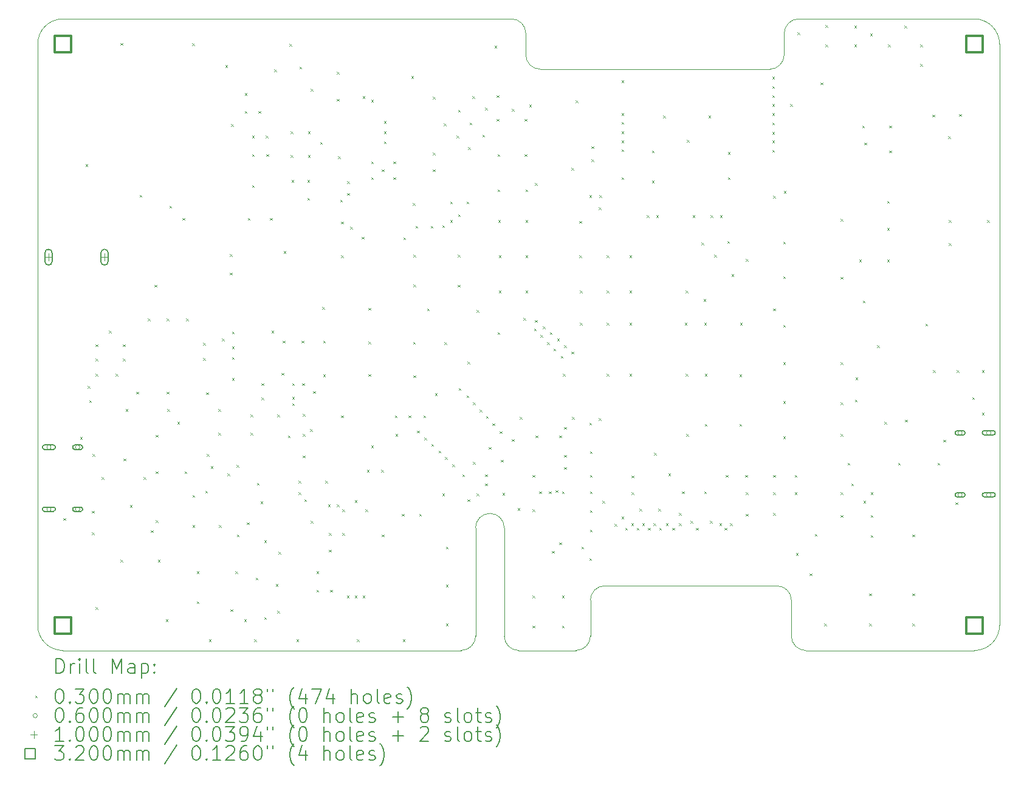
<source format=gbr>
%TF.GenerationSoftware,KiCad,Pcbnew,7.0.6*%
%TF.CreationDate,2023-09-13T17:45:06-07:00*%
%TF.ProjectId,tulipcc,74756c69-7063-4632-9e6b-696361645f70,rev?*%
%TF.SameCoordinates,Original*%
%TF.FileFunction,Drillmap*%
%TF.FilePolarity,Positive*%
%FSLAX45Y45*%
G04 Gerber Fmt 4.5, Leading zero omitted, Abs format (unit mm)*
G04 Created by KiCad (PCBNEW 7.0.6) date 2023-09-13 17:45:06*
%MOMM*%
%LPD*%
G01*
G04 APERTURE LIST*
%ADD10C,0.100000*%
%ADD11C,0.200000*%
%ADD12C,0.030000*%
%ADD13C,0.060000*%
%ADD14C,0.320000*%
G04 APERTURE END LIST*
D10*
X6500000Y1710000D02*
G75*
G03*
X6300000Y1910000I-200000J0D01*
G01*
X7500000Y0D02*
G75*
G03*
X7700000Y200000I0J200000D01*
G01*
X6300000Y1910000D02*
G75*
G03*
X6100000Y1710000I0J-200000D01*
G01*
X7900000Y900000D02*
G75*
G03*
X7700000Y700000I0J-200000D01*
G01*
X5900000Y0D02*
G75*
G03*
X6100000Y200000I0J200000D01*
G01*
X6700000Y0D02*
X7500000Y0D01*
X13400000Y350000D02*
X13400000Y8450000D01*
X0Y8450000D02*
X0Y350000D01*
X7900000Y900000D02*
X10300000Y900000D01*
X13050000Y0D02*
G75*
G03*
X13400000Y350000I0J350000D01*
G01*
X10500000Y200000D02*
G75*
G03*
X10700000Y0I200000J0D01*
G01*
X10700000Y0D02*
X13050000Y0D01*
X13400000Y8450000D02*
G75*
G03*
X13050000Y8800000I-350000J0D01*
G01*
X6800000Y8300000D02*
X6800000Y8600000D01*
X350000Y8800000D02*
G75*
G03*
X0Y8450000I0J-350000D01*
G01*
X6500000Y200000D02*
G75*
G03*
X6700000Y0I200000J0D01*
G01*
X350000Y0D02*
X5900000Y0D01*
X6500000Y200000D02*
X6500000Y1710000D01*
X10600000Y8800003D02*
G75*
G03*
X10400014Y8599007I2950J-202923D01*
G01*
X6100000Y200000D02*
X6100000Y1710000D01*
X10600000Y8800000D02*
X13050000Y8800000D01*
X6800000Y8300000D02*
G75*
G03*
X7000000Y8100000I200000J0D01*
G01*
X0Y350000D02*
G75*
G03*
X350000Y0I350000J0D01*
G01*
X10200000Y8100000D02*
G75*
G03*
X10400005Y8301421I-1420J201420D01*
G01*
X6800000Y8600000D02*
G75*
G03*
X6600000Y8800000I-200000J0D01*
G01*
X10500000Y700000D02*
G75*
G03*
X10300000Y900000I-200000J0D01*
G01*
X7700000Y200000D02*
X7700000Y700000D01*
X10400005Y8301421D02*
X10400000Y8600000D01*
X10500000Y200000D02*
X10500000Y700000D01*
X350000Y8800000D02*
X6600000Y8800000D01*
X7000000Y8100000D02*
X10200000Y8100000D01*
D11*
D12*
X355000Y1845000D02*
X385000Y1815000D01*
X385000Y1845000D02*
X355000Y1815000D01*
X591450Y2975000D02*
X621450Y2945000D01*
X621450Y2975000D02*
X591450Y2945000D01*
X665000Y6775000D02*
X695000Y6745000D01*
X695000Y6775000D02*
X665000Y6745000D01*
X695000Y3685000D02*
X725000Y3655000D01*
X725000Y3685000D02*
X695000Y3655000D01*
X715000Y3485000D02*
X745000Y3455000D01*
X745000Y3485000D02*
X715000Y3455000D01*
X755000Y1945000D02*
X785000Y1915000D01*
X785000Y1945000D02*
X755000Y1915000D01*
X755000Y1645000D02*
X785000Y1615000D01*
X785000Y1645000D02*
X755000Y1615000D01*
X761450Y2735000D02*
X791450Y2705000D01*
X791450Y2735000D02*
X761450Y2705000D01*
X805000Y4265000D02*
X835000Y4235000D01*
X835000Y4265000D02*
X805000Y4235000D01*
X805000Y4065000D02*
X835000Y4035000D01*
X835000Y4065000D02*
X805000Y4035000D01*
X805000Y3855000D02*
X835000Y3825000D01*
X835000Y3855000D02*
X805000Y3825000D01*
X805000Y605000D02*
X835000Y575000D01*
X835000Y605000D02*
X805000Y575000D01*
X891450Y2415000D02*
X921450Y2385000D01*
X921450Y2415000D02*
X891450Y2385000D01*
X990000Y4455000D02*
X1020000Y4425000D01*
X1020000Y4455000D02*
X990000Y4425000D01*
X1085000Y3855000D02*
X1115000Y3825000D01*
X1115000Y3855000D02*
X1085000Y3825000D01*
X1155000Y8465000D02*
X1185000Y8435000D01*
X1185000Y8465000D02*
X1155000Y8435000D01*
X1155000Y1265000D02*
X1185000Y1235000D01*
X1185000Y1265000D02*
X1155000Y1235000D01*
X1185000Y4265000D02*
X1215000Y4235000D01*
X1215000Y4265000D02*
X1185000Y4235000D01*
X1185000Y4065000D02*
X1215000Y4035000D01*
X1215000Y4065000D02*
X1185000Y4035000D01*
X1195000Y2675000D02*
X1225000Y2645000D01*
X1225000Y2675000D02*
X1195000Y2645000D01*
X1225000Y3365000D02*
X1255000Y3335000D01*
X1255000Y3365000D02*
X1225000Y3335000D01*
X1285000Y2025000D02*
X1315000Y1995000D01*
X1315000Y2025000D02*
X1285000Y1995000D01*
X1375000Y3605000D02*
X1405000Y3575000D01*
X1405000Y3605000D02*
X1375000Y3575000D01*
X1420000Y6350000D02*
X1450000Y6320000D01*
X1450000Y6350000D02*
X1420000Y6320000D01*
X1475000Y2415000D02*
X1505000Y2385000D01*
X1505000Y2415000D02*
X1475000Y2385000D01*
X1535000Y4625000D02*
X1565000Y4595000D01*
X1565000Y4625000D02*
X1535000Y4595000D01*
X1575000Y1673750D02*
X1605000Y1643750D01*
X1605000Y1673750D02*
X1575000Y1643750D01*
X1625000Y5095000D02*
X1655000Y5065000D01*
X1655000Y5095000D02*
X1625000Y5065000D01*
X1645000Y3005000D02*
X1675000Y2975000D01*
X1675000Y3005000D02*
X1645000Y2975000D01*
X1645000Y2495000D02*
X1675000Y2465000D01*
X1675000Y2495000D02*
X1645000Y2465000D01*
X1645000Y1815000D02*
X1675000Y1785000D01*
X1675000Y1815000D02*
X1645000Y1785000D01*
X1675000Y1265000D02*
X1705000Y1235000D01*
X1705000Y1265000D02*
X1675000Y1235000D01*
X1785000Y435000D02*
X1815000Y405000D01*
X1815000Y435000D02*
X1785000Y405000D01*
X1795000Y4625000D02*
X1825000Y4595000D01*
X1825000Y4625000D02*
X1795000Y4595000D01*
X1795000Y3605000D02*
X1825000Y3575000D01*
X1825000Y3605000D02*
X1795000Y3575000D01*
X1805000Y3365000D02*
X1835000Y3335000D01*
X1835000Y3365000D02*
X1805000Y3335000D01*
X1835000Y6195000D02*
X1865000Y6165000D01*
X1865000Y6195000D02*
X1835000Y6165000D01*
X1945000Y3185000D02*
X1975000Y3155000D01*
X1975000Y3185000D02*
X1945000Y3155000D01*
X2015000Y6025000D02*
X2045000Y5995000D01*
X2045000Y6025000D02*
X2015000Y5995000D01*
X2045000Y2495000D02*
X2075000Y2465000D01*
X2075000Y2495000D02*
X2045000Y2465000D01*
X2065000Y4625000D02*
X2095000Y4595000D01*
X2095000Y4625000D02*
X2065000Y4595000D01*
X2150000Y8460000D02*
X2180000Y8430000D01*
X2180000Y8460000D02*
X2150000Y8430000D01*
X2155000Y2165000D02*
X2185000Y2135000D01*
X2185000Y2165000D02*
X2155000Y2135000D01*
X2155000Y1745000D02*
X2185000Y1715000D01*
X2185000Y1745000D02*
X2155000Y1715000D01*
X2215000Y1105000D02*
X2245000Y1075000D01*
X2245000Y1105000D02*
X2215000Y1075000D01*
X2215000Y685000D02*
X2245000Y655000D01*
X2245000Y685000D02*
X2215000Y655000D01*
X2305000Y4285000D02*
X2335000Y4255000D01*
X2335000Y4285000D02*
X2305000Y4255000D01*
X2305000Y4075000D02*
X2335000Y4045000D01*
X2335000Y4075000D02*
X2305000Y4045000D01*
X2335000Y2225000D02*
X2365000Y2195000D01*
X2365000Y2225000D02*
X2335000Y2195000D01*
X2345000Y3595000D02*
X2375000Y3565000D01*
X2375000Y3595000D02*
X2345000Y3565000D01*
X2355000Y2735000D02*
X2385000Y2705000D01*
X2385000Y2735000D02*
X2355000Y2705000D01*
X2385000Y155000D02*
X2415000Y125000D01*
X2415000Y155000D02*
X2385000Y125000D01*
X2410000Y2570000D02*
X2440000Y2540000D01*
X2440000Y2570000D02*
X2410000Y2540000D01*
X2515000Y3365000D02*
X2545000Y3335000D01*
X2545000Y3365000D02*
X2515000Y3335000D01*
X2515000Y3035000D02*
X2545000Y3005000D01*
X2545000Y3035000D02*
X2515000Y3005000D01*
X2525000Y1745000D02*
X2555000Y1715000D01*
X2555000Y1745000D02*
X2525000Y1715000D01*
X2565000Y4345000D02*
X2595000Y4315000D01*
X2595000Y4345000D02*
X2565000Y4315000D01*
X2615000Y8155000D02*
X2645000Y8125000D01*
X2645000Y8155000D02*
X2615000Y8125000D01*
X2645000Y2465000D02*
X2675000Y2435000D01*
X2675000Y2465000D02*
X2645000Y2435000D01*
X2675000Y5525000D02*
X2705000Y5495000D01*
X2705000Y5525000D02*
X2675000Y5495000D01*
X2675000Y5265000D02*
X2705000Y5235000D01*
X2705000Y5265000D02*
X2675000Y5235000D01*
X2685000Y575000D02*
X2715000Y545000D01*
X2715000Y575000D02*
X2685000Y545000D01*
X2695000Y7335000D02*
X2725000Y7305000D01*
X2725000Y7335000D02*
X2695000Y7305000D01*
X2705000Y4445000D02*
X2735000Y4415000D01*
X2735000Y4445000D02*
X2705000Y4415000D01*
X2705000Y4235000D02*
X2735000Y4205000D01*
X2735000Y4235000D02*
X2705000Y4205000D01*
X2705000Y4088750D02*
X2735000Y4058750D01*
X2735000Y4088750D02*
X2705000Y4058750D01*
X2705000Y3795000D02*
X2735000Y3765000D01*
X2735000Y3795000D02*
X2705000Y3765000D01*
X2755000Y1105000D02*
X2785000Y1075000D01*
X2785000Y1105000D02*
X2755000Y1075000D01*
X2770000Y2585000D02*
X2800000Y2555000D01*
X2800000Y2585000D02*
X2770000Y2555000D01*
X2775000Y1615000D02*
X2805000Y1585000D01*
X2805000Y1615000D02*
X2775000Y1585000D01*
X2875000Y435000D02*
X2905000Y405000D01*
X2905000Y435000D02*
X2875000Y405000D01*
X2885000Y7765000D02*
X2915000Y7735000D01*
X2915000Y7765000D02*
X2885000Y7735000D01*
X2885000Y7515000D02*
X2915000Y7485000D01*
X2915000Y7515000D02*
X2885000Y7485000D01*
X2915000Y1785000D02*
X2945000Y1755000D01*
X2945000Y1785000D02*
X2915000Y1755000D01*
X2925000Y6025000D02*
X2955000Y5995000D01*
X2955000Y6025000D02*
X2925000Y5995000D01*
X2965000Y3288750D02*
X2995000Y3258750D01*
X2995000Y3288750D02*
X2965000Y3258750D01*
X2965000Y3035000D02*
X2995000Y3005000D01*
X2995000Y3035000D02*
X2965000Y3005000D01*
X2985000Y7175000D02*
X3015000Y7145000D01*
X3015000Y7175000D02*
X2985000Y7145000D01*
X2985000Y6915000D02*
X3015000Y6885000D01*
X3015000Y6915000D02*
X2985000Y6885000D01*
X2985000Y6485000D02*
X3015000Y6455000D01*
X3015000Y6485000D02*
X2985000Y6455000D01*
X3015000Y155000D02*
X3045000Y125000D01*
X3045000Y155000D02*
X3015000Y125000D01*
X3035000Y1015000D02*
X3065000Y985000D01*
X3065000Y1015000D02*
X3035000Y985000D01*
X3055000Y2335000D02*
X3085000Y2305000D01*
X3085000Y2335000D02*
X3055000Y2305000D01*
X3075000Y7515000D02*
X3105000Y7485000D01*
X3105000Y7515000D02*
X3075000Y7485000D01*
X3105000Y2075000D02*
X3135000Y2045000D01*
X3135000Y2075000D02*
X3105000Y2045000D01*
X3115000Y3725000D02*
X3145000Y3695000D01*
X3145000Y3725000D02*
X3115000Y3695000D01*
X3115000Y3525000D02*
X3145000Y3495000D01*
X3145000Y3525000D02*
X3115000Y3495000D01*
X3155000Y1535000D02*
X3185000Y1505000D01*
X3185000Y1535000D02*
X3155000Y1505000D01*
X3155000Y465000D02*
X3185000Y435000D01*
X3185000Y465000D02*
X3155000Y435000D01*
X3175000Y7175000D02*
X3205000Y7145000D01*
X3205000Y7175000D02*
X3175000Y7145000D01*
X3185000Y6915000D02*
X3215000Y6885000D01*
X3215000Y6915000D02*
X3185000Y6885000D01*
X3235000Y6025000D02*
X3265000Y5995000D01*
X3265000Y6025000D02*
X3235000Y5995000D01*
X3255000Y4455000D02*
X3285000Y4425000D01*
X3285000Y4455000D02*
X3255000Y4425000D01*
X3295000Y8095000D02*
X3325000Y8065000D01*
X3325000Y8095000D02*
X3295000Y8065000D01*
X3315000Y925000D02*
X3345000Y895000D01*
X3345000Y925000D02*
X3315000Y895000D01*
X3335000Y3288750D02*
X3365000Y3258750D01*
X3365000Y3288750D02*
X3335000Y3258750D01*
X3335000Y555000D02*
X3365000Y525000D01*
X3365000Y555000D02*
X3335000Y525000D01*
X3355000Y1375000D02*
X3385000Y1345000D01*
X3385000Y1375000D02*
X3355000Y1345000D01*
X3395000Y3868750D02*
X3425000Y3838750D01*
X3425000Y3868750D02*
X3395000Y3838750D01*
X3415000Y4315000D02*
X3445000Y4285000D01*
X3445000Y4315000D02*
X3415000Y4285000D01*
X3425000Y5565000D02*
X3455000Y5535000D01*
X3455000Y5565000D02*
X3425000Y5535000D01*
X3485000Y2995000D02*
X3515000Y2965000D01*
X3515000Y2995000D02*
X3485000Y2965000D01*
X3505000Y8450000D02*
X3535000Y8420000D01*
X3535000Y8450000D02*
X3505000Y8420000D01*
X3525000Y7235000D02*
X3555000Y7205000D01*
X3555000Y7235000D02*
X3525000Y7205000D01*
X3525000Y6905000D02*
X3555000Y6875000D01*
X3555000Y6905000D02*
X3525000Y6875000D01*
X3535000Y6555000D02*
X3565000Y6525000D01*
X3565000Y6555000D02*
X3535000Y6525000D01*
X3545000Y3725000D02*
X3575000Y3695000D01*
X3575000Y3725000D02*
X3545000Y3695000D01*
X3545000Y3535000D02*
X3575000Y3505000D01*
X3575000Y3535000D02*
X3545000Y3505000D01*
X3545000Y3445000D02*
X3575000Y3415000D01*
X3575000Y3445000D02*
X3545000Y3415000D01*
X3605000Y155000D02*
X3635000Y125000D01*
X3635000Y155000D02*
X3605000Y125000D01*
X3635000Y2365000D02*
X3665000Y2335000D01*
X3665000Y2365000D02*
X3635000Y2335000D01*
X3635000Y2205000D02*
X3665000Y2175000D01*
X3665000Y2205000D02*
X3635000Y2175000D01*
X3645000Y8135000D02*
X3675000Y8105000D01*
X3675000Y8135000D02*
X3645000Y8105000D01*
X3675000Y4315000D02*
X3705000Y4285000D01*
X3705000Y4315000D02*
X3675000Y4285000D01*
X3685000Y3725000D02*
X3715000Y3695000D01*
X3715000Y3725000D02*
X3685000Y3695000D01*
X3695000Y3295000D02*
X3725000Y3265000D01*
X3725000Y3295000D02*
X3695000Y3265000D01*
X3695000Y3015000D02*
X3725000Y2985000D01*
X3725000Y3015000D02*
X3695000Y2985000D01*
X3695000Y2715000D02*
X3725000Y2685000D01*
X3725000Y2715000D02*
X3695000Y2685000D01*
X3715000Y2105000D02*
X3745000Y2075000D01*
X3745000Y2105000D02*
X3715000Y2075000D01*
X3755000Y6555000D02*
X3785000Y6525000D01*
X3785000Y6555000D02*
X3755000Y6525000D01*
X3755000Y6305000D02*
X3785000Y6275000D01*
X3785000Y6305000D02*
X3755000Y6275000D01*
X3765000Y7235000D02*
X3795000Y7205000D01*
X3795000Y7235000D02*
X3765000Y7205000D01*
X3765000Y6905000D02*
X3795000Y6875000D01*
X3795000Y6905000D02*
X3765000Y6875000D01*
X3795000Y3085000D02*
X3825000Y3055000D01*
X3825000Y3085000D02*
X3795000Y3055000D01*
X3805000Y7825000D02*
X3835000Y7795000D01*
X3835000Y7825000D02*
X3805000Y7795000D01*
X3805000Y1805000D02*
X3835000Y1775000D01*
X3835000Y1805000D02*
X3805000Y1775000D01*
X3835000Y3615000D02*
X3865000Y3585000D01*
X3865000Y3615000D02*
X3835000Y3585000D01*
X3885000Y1105000D02*
X3915000Y1075000D01*
X3915000Y1105000D02*
X3885000Y1075000D01*
X3885000Y845000D02*
X3915000Y815000D01*
X3915000Y845000D02*
X3885000Y815000D01*
X3935000Y7085000D02*
X3965000Y7055000D01*
X3965000Y7085000D02*
X3935000Y7055000D01*
X3965000Y4785000D02*
X3995000Y4755000D01*
X3995000Y4785000D02*
X3965000Y4755000D01*
X3975000Y4315000D02*
X4005000Y4285000D01*
X4005000Y4315000D02*
X3975000Y4285000D01*
X3975000Y3845000D02*
X4005000Y3815000D01*
X4005000Y3845000D02*
X3975000Y3815000D01*
X4005000Y2365000D02*
X4035000Y2335000D01*
X4035000Y2365000D02*
X4005000Y2335000D01*
X4045000Y2035000D02*
X4075000Y2005000D01*
X4075000Y2035000D02*
X4045000Y2005000D01*
X4055000Y1635000D02*
X4085000Y1605000D01*
X4085000Y1635000D02*
X4055000Y1605000D01*
X4055000Y1405000D02*
X4085000Y1375000D01*
X4085000Y1405000D02*
X4055000Y1375000D01*
X4075000Y845000D02*
X4105000Y815000D01*
X4105000Y845000D02*
X4075000Y815000D01*
X4165000Y8065000D02*
X4195000Y8035000D01*
X4195000Y8065000D02*
X4165000Y8035000D01*
X4165000Y7685000D02*
X4195000Y7655000D01*
X4195000Y7685000D02*
X4165000Y7655000D01*
X4165000Y2035000D02*
X4195000Y2005000D01*
X4195000Y2035000D02*
X4165000Y2005000D01*
X4185000Y6885000D02*
X4215000Y6855000D01*
X4215000Y6885000D02*
X4185000Y6855000D01*
X4215000Y6280000D02*
X4245000Y6250000D01*
X4245000Y6280000D02*
X4215000Y6250000D01*
X4225000Y5975000D02*
X4255000Y5945000D01*
X4255000Y5975000D02*
X4225000Y5945000D01*
X4225000Y5505000D02*
X4255000Y5475000D01*
X4255000Y5505000D02*
X4225000Y5475000D01*
X4225000Y3275000D02*
X4255000Y3245000D01*
X4255000Y3275000D02*
X4225000Y3245000D01*
X4245000Y1965000D02*
X4275000Y1935000D01*
X4275000Y1965000D02*
X4245000Y1935000D01*
X4245000Y1635000D02*
X4275000Y1605000D01*
X4275000Y1635000D02*
X4245000Y1605000D01*
X4305000Y765000D02*
X4335000Y735000D01*
X4335000Y765000D02*
X4305000Y735000D01*
X4310000Y6540000D02*
X4340000Y6510000D01*
X4340000Y6540000D02*
X4310000Y6510000D01*
X4310000Y6375000D02*
X4340000Y6345000D01*
X4340000Y6375000D02*
X4310000Y6345000D01*
X4355000Y5905000D02*
X4385000Y5875000D01*
X4385000Y5905000D02*
X4355000Y5875000D01*
X4415000Y2095000D02*
X4445000Y2065000D01*
X4445000Y2095000D02*
X4415000Y2065000D01*
X4415000Y765000D02*
X4445000Y735000D01*
X4445000Y765000D02*
X4415000Y735000D01*
X4445000Y155000D02*
X4475000Y125000D01*
X4475000Y155000D02*
X4445000Y125000D01*
X4515000Y5765000D02*
X4545000Y5735000D01*
X4545000Y5765000D02*
X4515000Y5735000D01*
X4525000Y7725000D02*
X4555000Y7695000D01*
X4555000Y7725000D02*
X4525000Y7695000D01*
X4525000Y765000D02*
X4555000Y735000D01*
X4555000Y765000D02*
X4525000Y735000D01*
X4565000Y1965000D02*
X4595000Y1935000D01*
X4595000Y1965000D02*
X4565000Y1935000D01*
X4585000Y2515000D02*
X4615000Y2485000D01*
X4615000Y2515000D02*
X4585000Y2485000D01*
X4605000Y4775000D02*
X4635000Y4745000D01*
X4635000Y4775000D02*
X4605000Y4745000D01*
X4605000Y4305000D02*
X4635000Y4275000D01*
X4635000Y4305000D02*
X4605000Y4275000D01*
X4605000Y3850000D02*
X4635000Y3820000D01*
X4635000Y3850000D02*
X4605000Y3820000D01*
X4645000Y7675000D02*
X4675000Y7645000D01*
X4675000Y7675000D02*
X4645000Y7645000D01*
X4645000Y6815000D02*
X4675000Y6785000D01*
X4675000Y6815000D02*
X4645000Y6785000D01*
X4645000Y6595000D02*
X4675000Y6565000D01*
X4675000Y6595000D02*
X4645000Y6565000D01*
X4645000Y2855000D02*
X4675000Y2825000D01*
X4675000Y2855000D02*
X4645000Y2825000D01*
X4785000Y2515000D02*
X4815000Y2485000D01*
X4815000Y2515000D02*
X4785000Y2485000D01*
X4795000Y6705000D02*
X4825000Y6675000D01*
X4825000Y6705000D02*
X4795000Y6675000D01*
X4795000Y1615000D02*
X4825000Y1585000D01*
X4825000Y1615000D02*
X4795000Y1585000D01*
X4825000Y7375000D02*
X4855000Y7345000D01*
X4855000Y7375000D02*
X4825000Y7345000D01*
X4825000Y7235000D02*
X4855000Y7205000D01*
X4855000Y7235000D02*
X4825000Y7205000D01*
X4825000Y7095000D02*
X4855000Y7065000D01*
X4855000Y7095000D02*
X4825000Y7065000D01*
X4955000Y6815000D02*
X4985000Y6785000D01*
X4985000Y6815000D02*
X4955000Y6785000D01*
X4955000Y6595000D02*
X4985000Y6565000D01*
X4985000Y6595000D02*
X4955000Y6565000D01*
X4975000Y3275000D02*
X5005000Y3245000D01*
X5005000Y3275000D02*
X4975000Y3245000D01*
X4985000Y3015000D02*
X5015000Y2985000D01*
X5015000Y3015000D02*
X4985000Y2985000D01*
X5075000Y1905000D02*
X5105000Y1875000D01*
X5105000Y1905000D02*
X5075000Y1875000D01*
X5085000Y155000D02*
X5115000Y125000D01*
X5115000Y155000D02*
X5085000Y125000D01*
X5095000Y5755000D02*
X5125000Y5725000D01*
X5125000Y5755000D02*
X5095000Y5725000D01*
X5165000Y3275000D02*
X5195000Y3245000D01*
X5195000Y3275000D02*
X5165000Y3245000D01*
X5205000Y8005000D02*
X5235000Y7975000D01*
X5235000Y8005000D02*
X5205000Y7975000D01*
X5225000Y6235000D02*
X5255000Y6205000D01*
X5255000Y6235000D02*
X5225000Y6205000D01*
X5230000Y4300000D02*
X5260000Y4270000D01*
X5260000Y4300000D02*
X5230000Y4270000D01*
X5235000Y5515000D02*
X5265000Y5485000D01*
X5265000Y5515000D02*
X5235000Y5485000D01*
X5235000Y5100000D02*
X5265000Y5070000D01*
X5265000Y5100000D02*
X5235000Y5070000D01*
X5235000Y3835000D02*
X5265000Y3805000D01*
X5265000Y3835000D02*
X5235000Y3805000D01*
X5265000Y5915000D02*
X5295000Y5885000D01*
X5295000Y5915000D02*
X5265000Y5885000D01*
X5285000Y3065000D02*
X5315000Y3035000D01*
X5315000Y3065000D02*
X5285000Y3035000D01*
X5315000Y1905000D02*
X5345000Y1875000D01*
X5345000Y1905000D02*
X5315000Y1875000D01*
X5375000Y3275000D02*
X5405000Y3245000D01*
X5405000Y3275000D02*
X5375000Y3245000D01*
X5385000Y2965000D02*
X5415000Y2935000D01*
X5415000Y2965000D02*
X5385000Y2935000D01*
X5425000Y4765000D02*
X5455000Y4735000D01*
X5455000Y4765000D02*
X5425000Y4735000D01*
X5475000Y5915000D02*
X5505000Y5885000D01*
X5505000Y5915000D02*
X5475000Y5885000D01*
X5485000Y2875000D02*
X5515000Y2845000D01*
X5515000Y2875000D02*
X5485000Y2845000D01*
X5505000Y7715000D02*
X5535000Y7685000D01*
X5535000Y7715000D02*
X5505000Y7685000D01*
X5505000Y6935000D02*
X5535000Y6905000D01*
X5535000Y6935000D02*
X5505000Y6905000D01*
X5505000Y6705000D02*
X5535000Y6675000D01*
X5535000Y6705000D02*
X5505000Y6675000D01*
X5535000Y3585000D02*
X5565000Y3555000D01*
X5565000Y3585000D02*
X5535000Y3555000D01*
X5585000Y2785000D02*
X5615000Y2755000D01*
X5615000Y2785000D02*
X5585000Y2755000D01*
X5635000Y5925000D02*
X5665000Y5895000D01*
X5665000Y5925000D02*
X5635000Y5895000D01*
X5635000Y2185000D02*
X5665000Y2155000D01*
X5665000Y2185000D02*
X5635000Y2155000D01*
X5655000Y7345000D02*
X5685000Y7315000D01*
X5685000Y7345000D02*
X5655000Y7315000D01*
X5665000Y4295000D02*
X5695000Y4265000D01*
X5695000Y4295000D02*
X5665000Y4265000D01*
X5675000Y2695000D02*
X5705000Y2665000D01*
X5705000Y2695000D02*
X5675000Y2665000D01*
X5685000Y1445000D02*
X5715000Y1415000D01*
X5715000Y1445000D02*
X5685000Y1415000D01*
X5685000Y915000D02*
X5715000Y885000D01*
X5715000Y915000D02*
X5685000Y885000D01*
X5685000Y375000D02*
X5715000Y345000D01*
X5715000Y375000D02*
X5685000Y345000D01*
X5745000Y6255000D02*
X5775000Y6225000D01*
X5775000Y6255000D02*
X5745000Y6225000D01*
X5745000Y5995000D02*
X5775000Y5965000D01*
X5775000Y5995000D02*
X5745000Y5965000D01*
X5775000Y2595000D02*
X5805000Y2565000D01*
X5805000Y2595000D02*
X5775000Y2565000D01*
X5835000Y7175000D02*
X5865000Y7145000D01*
X5865000Y7175000D02*
X5835000Y7145000D01*
X5850000Y5515000D02*
X5880000Y5485000D01*
X5880000Y5515000D02*
X5850000Y5485000D01*
X5850000Y5095000D02*
X5880000Y5065000D01*
X5880000Y5095000D02*
X5850000Y5065000D01*
X5855000Y7535000D02*
X5885000Y7505000D01*
X5885000Y7535000D02*
X5855000Y7505000D01*
X5857500Y6077500D02*
X5887500Y6047500D01*
X5887500Y6077500D02*
X5857500Y6047500D01*
X5865000Y3655000D02*
X5895000Y3625000D01*
X5895000Y3655000D02*
X5865000Y3625000D01*
X5915000Y2455000D02*
X5945000Y2425000D01*
X5945000Y2455000D02*
X5915000Y2425000D01*
X5975000Y6255000D02*
X6005000Y6225000D01*
X6005000Y6255000D02*
X5975000Y6225000D01*
X5975000Y3555000D02*
X6005000Y3525000D01*
X6005000Y3555000D02*
X5975000Y3525000D01*
X5985000Y4025000D02*
X6015000Y3995000D01*
X6015000Y4025000D02*
X5985000Y3995000D01*
X5985000Y2105000D02*
X6015000Y2075000D01*
X6015000Y2105000D02*
X5985000Y2075000D01*
X5995000Y7015000D02*
X6025000Y6985000D01*
X6025000Y7015000D02*
X5995000Y6985000D01*
X6015000Y7355000D02*
X6045000Y7325000D01*
X6045000Y7355000D02*
X6015000Y7325000D01*
X6055000Y7725000D02*
X6085000Y7695000D01*
X6085000Y7725000D02*
X6055000Y7695000D01*
X6065000Y3455000D02*
X6095000Y3425000D01*
X6095000Y3455000D02*
X6065000Y3425000D01*
X6065000Y2625000D02*
X6095000Y2595000D01*
X6095000Y2625000D02*
X6065000Y2595000D01*
X6115000Y4745000D02*
X6145000Y4715000D01*
X6145000Y4745000D02*
X6115000Y4715000D01*
X6115000Y2185000D02*
X6145000Y2155000D01*
X6145000Y2185000D02*
X6115000Y2155000D01*
X6155000Y3355000D02*
X6185000Y3325000D01*
X6185000Y3355000D02*
X6155000Y3325000D01*
X6195000Y7185000D02*
X6225000Y7155000D01*
X6225000Y7185000D02*
X6195000Y7155000D01*
X6235000Y7565000D02*
X6265000Y7535000D01*
X6265000Y7565000D02*
X6235000Y7535000D01*
X6235000Y2455000D02*
X6265000Y2425000D01*
X6265000Y2455000D02*
X6235000Y2425000D01*
X6235000Y2325000D02*
X6265000Y2295000D01*
X6265000Y2325000D02*
X6235000Y2295000D01*
X6245000Y3265000D02*
X6275000Y3235000D01*
X6275000Y3265000D02*
X6245000Y3235000D01*
X6285000Y2835000D02*
X6315000Y2805000D01*
X6315000Y2835000D02*
X6285000Y2805000D01*
X6335000Y3165000D02*
X6365000Y3135000D01*
X6365000Y3165000D02*
X6335000Y3135000D01*
X6365000Y8425000D02*
X6395000Y8395000D01*
X6395000Y8425000D02*
X6365000Y8395000D01*
X6395000Y7735000D02*
X6425000Y7705000D01*
X6425000Y7735000D02*
X6395000Y7705000D01*
X6395000Y7405000D02*
X6425000Y7375000D01*
X6425000Y7405000D02*
X6395000Y7375000D01*
X6405000Y6915000D02*
X6435000Y6885000D01*
X6435000Y6915000D02*
X6405000Y6885000D01*
X6405000Y6425000D02*
X6435000Y6395000D01*
X6435000Y6425000D02*
X6405000Y6395000D01*
X6405000Y4435000D02*
X6435000Y4405000D01*
X6435000Y4435000D02*
X6405000Y4405000D01*
X6415000Y5995000D02*
X6445000Y5965000D01*
X6445000Y5995000D02*
X6415000Y5965000D01*
X6425000Y5505000D02*
X6455000Y5475000D01*
X6455000Y5505000D02*
X6425000Y5475000D01*
X6425000Y5015000D02*
X6455000Y4985000D01*
X6455000Y5015000D02*
X6425000Y4985000D01*
X6435000Y3055000D02*
X6465000Y3025000D01*
X6465000Y3055000D02*
X6435000Y3025000D01*
X6455000Y2655000D02*
X6485000Y2625000D01*
X6485000Y2655000D02*
X6455000Y2625000D01*
X6475000Y2195000D02*
X6505000Y2165000D01*
X6505000Y2195000D02*
X6475000Y2165000D01*
X6605000Y7545000D02*
X6635000Y7515000D01*
X6635000Y7545000D02*
X6605000Y7515000D01*
X6605000Y2945000D02*
X6635000Y2915000D01*
X6635000Y2945000D02*
X6605000Y2915000D01*
X6685000Y1985000D02*
X6715000Y1955000D01*
X6715000Y1985000D02*
X6685000Y1955000D01*
X6715000Y3255000D02*
X6745000Y3225000D01*
X6745000Y3255000D02*
X6715000Y3225000D01*
X6765000Y4635000D02*
X6795000Y4605000D01*
X6795000Y4635000D02*
X6765000Y4605000D01*
X6785000Y7405000D02*
X6815000Y7375000D01*
X6815000Y7405000D02*
X6785000Y7375000D01*
X6785000Y6915000D02*
X6815000Y6885000D01*
X6815000Y6915000D02*
X6785000Y6885000D01*
X6795000Y6425000D02*
X6825000Y6395000D01*
X6825000Y6425000D02*
X6795000Y6395000D01*
X6795000Y5995000D02*
X6825000Y5965000D01*
X6825000Y5995000D02*
X6795000Y5965000D01*
X6795000Y5505000D02*
X6825000Y5475000D01*
X6825000Y5505000D02*
X6795000Y5475000D01*
X6795000Y5015000D02*
X6825000Y4985000D01*
X6825000Y5015000D02*
X6795000Y4985000D01*
X6845000Y7605000D02*
X6875000Y7575000D01*
X6875000Y7605000D02*
X6845000Y7575000D01*
X6895000Y2445000D02*
X6925000Y2415000D01*
X6925000Y2445000D02*
X6895000Y2415000D01*
X6895000Y1965000D02*
X6925000Y1935000D01*
X6925000Y1965000D02*
X6895000Y1935000D01*
X6895000Y765000D02*
X6925000Y735000D01*
X6925000Y765000D02*
X6895000Y735000D01*
X6895000Y345000D02*
X6925000Y315000D01*
X6925000Y345000D02*
X6895000Y315000D01*
X6913370Y4485894D02*
X6943370Y4455894D01*
X6943370Y4485894D02*
X6913370Y4455894D01*
X6925000Y6515000D02*
X6955000Y6485000D01*
X6955000Y6515000D02*
X6925000Y6485000D01*
X6925000Y4605000D02*
X6955000Y4575000D01*
X6955000Y4605000D02*
X6925000Y4575000D01*
X6935000Y2995000D02*
X6965000Y2965000D01*
X6965000Y2995000D02*
X6935000Y2965000D01*
X6985000Y2215000D02*
X7015000Y2185000D01*
X7015000Y2215000D02*
X6985000Y2185000D01*
X7005000Y4395000D02*
X7035000Y4365000D01*
X7035000Y4395000D02*
X7005000Y4365000D01*
X7035000Y4515000D02*
X7065000Y4485000D01*
X7065000Y4515000D02*
X7035000Y4485000D01*
X7095000Y4295000D02*
X7125000Y4265000D01*
X7125000Y4295000D02*
X7095000Y4265000D01*
X7120000Y2215000D02*
X7150000Y2185000D01*
X7150000Y2215000D02*
X7120000Y2185000D01*
X7135000Y4435000D02*
X7165000Y4405000D01*
X7165000Y4435000D02*
X7135000Y4405000D01*
X7165000Y1385000D02*
X7195000Y1355000D01*
X7195000Y1385000D02*
X7165000Y1355000D01*
X7185000Y4205000D02*
X7215000Y4175000D01*
X7215000Y4205000D02*
X7185000Y4175000D01*
X7215000Y2235000D02*
X7245000Y2205000D01*
X7245000Y2235000D02*
X7215000Y2205000D01*
X7235000Y4345000D02*
X7265000Y4315000D01*
X7265000Y4345000D02*
X7235000Y4315000D01*
X7265000Y2995000D02*
X7295000Y2965000D01*
X7295000Y2995000D02*
X7265000Y2965000D01*
X7265000Y1505000D02*
X7295000Y1475000D01*
X7295000Y1505000D02*
X7265000Y1475000D01*
X7285000Y4105000D02*
X7315000Y4075000D01*
X7315000Y4105000D02*
X7285000Y4075000D01*
X7305000Y2215000D02*
X7335000Y2185000D01*
X7335000Y2215000D02*
X7305000Y2185000D01*
X7305000Y765000D02*
X7335000Y735000D01*
X7335000Y765000D02*
X7305000Y735000D01*
X7305000Y345000D02*
X7335000Y315000D01*
X7335000Y345000D02*
X7305000Y315000D01*
X7315000Y3855000D02*
X7345000Y3825000D01*
X7345000Y3855000D02*
X7315000Y3825000D01*
X7335000Y4255000D02*
X7365000Y4225000D01*
X7365000Y4255000D02*
X7335000Y4225000D01*
X7335000Y3115000D02*
X7365000Y3085000D01*
X7365000Y3115000D02*
X7335000Y3085000D01*
X7335000Y2725000D02*
X7365000Y2695000D01*
X7365000Y2725000D02*
X7335000Y2695000D01*
X7335000Y2555000D02*
X7365000Y2525000D01*
X7365000Y2555000D02*
X7335000Y2525000D01*
X7435000Y6725000D02*
X7465000Y6695000D01*
X7465000Y6725000D02*
X7435000Y6695000D01*
X7435000Y4165000D02*
X7465000Y4135000D01*
X7465000Y4165000D02*
X7435000Y4135000D01*
X7445000Y3255000D02*
X7475000Y3225000D01*
X7475000Y3255000D02*
X7445000Y3225000D01*
X7495000Y7665000D02*
X7525000Y7635000D01*
X7525000Y7665000D02*
X7495000Y7635000D01*
X7545000Y5985000D02*
X7575000Y5955000D01*
X7575000Y5985000D02*
X7545000Y5955000D01*
X7545000Y5505000D02*
X7575000Y5475000D01*
X7575000Y5505000D02*
X7545000Y5475000D01*
X7555000Y5015000D02*
X7585000Y4985000D01*
X7585000Y5015000D02*
X7555000Y4985000D01*
X7555000Y4565000D02*
X7585000Y4535000D01*
X7585000Y4565000D02*
X7555000Y4535000D01*
X7575000Y1445000D02*
X7605000Y1415000D01*
X7605000Y1445000D02*
X7575000Y1415000D01*
X7685000Y6345000D02*
X7715000Y6315000D01*
X7715000Y6345000D02*
X7685000Y6315000D01*
X7685000Y3175000D02*
X7715000Y3145000D01*
X7715000Y3175000D02*
X7685000Y3145000D01*
X7685000Y1285000D02*
X7715000Y1255000D01*
X7715000Y1285000D02*
X7685000Y1255000D01*
X7695000Y2775000D02*
X7725000Y2745000D01*
X7725000Y2775000D02*
X7695000Y2745000D01*
X7695000Y2445000D02*
X7725000Y2415000D01*
X7725000Y2445000D02*
X7695000Y2415000D01*
X7695000Y2215000D02*
X7725000Y2185000D01*
X7725000Y2215000D02*
X7695000Y2185000D01*
X7695000Y1955000D02*
X7725000Y1925000D01*
X7725000Y1955000D02*
X7695000Y1925000D01*
X7695000Y1685000D02*
X7725000Y1655000D01*
X7725000Y1685000D02*
X7695000Y1655000D01*
X7715000Y7025000D02*
X7745000Y6995000D01*
X7745000Y7025000D02*
X7715000Y6995000D01*
X7715000Y6845000D02*
X7745000Y6815000D01*
X7745000Y6845000D02*
X7715000Y6815000D01*
X7815000Y6175000D02*
X7845000Y6145000D01*
X7845000Y6175000D02*
X7815000Y6145000D01*
X7815000Y3235000D02*
X7845000Y3205000D01*
X7845000Y3235000D02*
X7815000Y3205000D01*
X7825000Y6345000D02*
X7855000Y6315000D01*
X7855000Y6345000D02*
X7825000Y6315000D01*
X7865000Y2085000D02*
X7895000Y2055000D01*
X7895000Y2085000D02*
X7865000Y2055000D01*
X7925000Y5505000D02*
X7955000Y5475000D01*
X7955000Y5505000D02*
X7925000Y5475000D01*
X7925000Y5015000D02*
X7955000Y4985000D01*
X7955000Y5015000D02*
X7925000Y4985000D01*
X7925000Y4565000D02*
X7955000Y4535000D01*
X7955000Y4565000D02*
X7925000Y4535000D01*
X7925000Y3855000D02*
X7955000Y3825000D01*
X7955000Y3855000D02*
X7925000Y3825000D01*
X8035000Y1765000D02*
X8065000Y1735000D01*
X8065000Y1765000D02*
X8035000Y1735000D01*
X8135000Y7945000D02*
X8165000Y7915000D01*
X8165000Y7945000D02*
X8135000Y7915000D01*
X8135000Y7485000D02*
X8165000Y7455000D01*
X8165000Y7485000D02*
X8135000Y7455000D01*
X8135000Y7365000D02*
X8165000Y7335000D01*
X8165000Y7365000D02*
X8135000Y7335000D01*
X8135000Y7235000D02*
X8165000Y7205000D01*
X8165000Y7235000D02*
X8135000Y7205000D01*
X8135000Y7105000D02*
X8165000Y7075000D01*
X8165000Y7105000D02*
X8135000Y7075000D01*
X8135000Y6985000D02*
X8165000Y6955000D01*
X8165000Y6985000D02*
X8135000Y6955000D01*
X8135000Y6595000D02*
X8165000Y6565000D01*
X8165000Y6595000D02*
X8135000Y6565000D01*
X8135000Y1865000D02*
X8165000Y1835000D01*
X8165000Y1865000D02*
X8135000Y1835000D01*
X8185000Y1710000D02*
X8215000Y1680000D01*
X8215000Y1710000D02*
X8185000Y1680000D01*
X8245000Y5505000D02*
X8275000Y5475000D01*
X8275000Y5505000D02*
X8245000Y5475000D01*
X8245000Y5015000D02*
X8275000Y4985000D01*
X8275000Y5015000D02*
X8245000Y4985000D01*
X8245000Y4565000D02*
X8275000Y4535000D01*
X8275000Y4565000D02*
X8245000Y4535000D01*
X8245000Y3855000D02*
X8275000Y3825000D01*
X8275000Y3855000D02*
X8245000Y3825000D01*
X8270000Y1770000D02*
X8300000Y1740000D01*
X8300000Y1770000D02*
X8270000Y1740000D01*
X8275000Y2435000D02*
X8305000Y2405000D01*
X8305000Y2435000D02*
X8275000Y2405000D01*
X8275000Y2205000D02*
X8305000Y2175000D01*
X8305000Y2205000D02*
X8275000Y2175000D01*
X8345000Y1710000D02*
X8375000Y1680000D01*
X8375000Y1710000D02*
X8345000Y1680000D01*
X8385000Y1975000D02*
X8415000Y1945000D01*
X8415000Y1975000D02*
X8385000Y1945000D01*
X8420000Y1770000D02*
X8450000Y1740000D01*
X8450000Y1770000D02*
X8420000Y1740000D01*
X8485000Y6065000D02*
X8515000Y6035000D01*
X8515000Y6065000D02*
X8485000Y6035000D01*
X8500000Y1710000D02*
X8530000Y1680000D01*
X8530000Y1710000D02*
X8500000Y1680000D01*
X8555000Y6965000D02*
X8585000Y6935000D01*
X8585000Y6965000D02*
X8555000Y6935000D01*
X8555000Y6545000D02*
X8585000Y6515000D01*
X8585000Y6545000D02*
X8555000Y6515000D01*
X8578166Y1769763D02*
X8608166Y1739763D01*
X8608166Y1769763D02*
X8578166Y1739763D01*
X8585000Y2755000D02*
X8615000Y2725000D01*
X8615000Y2755000D02*
X8585000Y2725000D01*
X8615000Y6065000D02*
X8645000Y6035000D01*
X8645000Y6065000D02*
X8615000Y6035000D01*
X8645000Y1975000D02*
X8675000Y1945000D01*
X8675000Y1975000D02*
X8645000Y1945000D01*
X8660000Y1710000D02*
X8690000Y1680000D01*
X8690000Y1710000D02*
X8660000Y1680000D01*
X8715000Y7455000D02*
X8745000Y7425000D01*
X8745000Y7455000D02*
X8715000Y7425000D01*
X8750000Y1770000D02*
X8780000Y1740000D01*
X8780000Y1770000D02*
X8750000Y1740000D01*
X8785000Y2465000D02*
X8815000Y2435000D01*
X8815000Y2465000D02*
X8785000Y2435000D01*
X8840000Y1710000D02*
X8870000Y1680000D01*
X8870000Y1710000D02*
X8840000Y1680000D01*
X8935000Y1915000D02*
X8965000Y1885000D01*
X8965000Y1915000D02*
X8935000Y1885000D01*
X8935000Y1770000D02*
X8965000Y1740000D01*
X8965000Y1770000D02*
X8935000Y1740000D01*
X8975000Y2215000D02*
X9005000Y2185000D01*
X9005000Y2215000D02*
X8975000Y2185000D01*
X9015000Y4565000D02*
X9045000Y4535000D01*
X9045000Y4565000D02*
X9015000Y4535000D01*
X9025000Y5015000D02*
X9055000Y4985000D01*
X9055000Y5015000D02*
X9025000Y4985000D01*
X9025000Y3855000D02*
X9055000Y3825000D01*
X9055000Y3855000D02*
X9025000Y3825000D01*
X9035000Y3015000D02*
X9065000Y2985000D01*
X9065000Y3015000D02*
X9035000Y2985000D01*
X9045000Y7115000D02*
X9075000Y7085000D01*
X9075000Y7115000D02*
X9045000Y7085000D01*
X9095000Y1805000D02*
X9125000Y1775000D01*
X9125000Y1805000D02*
X9095000Y1775000D01*
X9125000Y6065000D02*
X9155000Y6035000D01*
X9155000Y6065000D02*
X9125000Y6035000D01*
X9170000Y1710000D02*
X9200000Y1680000D01*
X9200000Y1710000D02*
X9170000Y1680000D01*
X9245000Y5685000D02*
X9275000Y5655000D01*
X9275000Y5685000D02*
X9245000Y5655000D01*
X9275000Y4895000D02*
X9305000Y4865000D01*
X9305000Y4895000D02*
X9275000Y4865000D01*
X9285000Y4565000D02*
X9315000Y4535000D01*
X9315000Y4565000D02*
X9285000Y4535000D01*
X9285000Y2215000D02*
X9315000Y2185000D01*
X9315000Y2215000D02*
X9285000Y2185000D01*
X9295000Y3855000D02*
X9325000Y3825000D01*
X9325000Y3855000D02*
X9295000Y3825000D01*
X9295000Y3155000D02*
X9325000Y3125000D01*
X9325000Y3155000D02*
X9295000Y3125000D01*
X9345000Y7455000D02*
X9375000Y7425000D01*
X9375000Y7455000D02*
X9345000Y7425000D01*
X9365000Y1805000D02*
X9395000Y1775000D01*
X9395000Y1805000D02*
X9365000Y1775000D01*
X9375000Y6065000D02*
X9405000Y6035000D01*
X9405000Y6065000D02*
X9375000Y6035000D01*
X9425000Y5515000D02*
X9455000Y5485000D01*
X9455000Y5515000D02*
X9425000Y5485000D01*
X9495000Y1770000D02*
X9525000Y1740000D01*
X9525000Y1770000D02*
X9495000Y1740000D01*
X9505000Y6065000D02*
X9535000Y6035000D01*
X9535000Y6065000D02*
X9505000Y6035000D01*
X9570000Y1710000D02*
X9600000Y1680000D01*
X9600000Y1710000D02*
X9570000Y1680000D01*
X9585000Y2445000D02*
X9615000Y2415000D01*
X9615000Y2445000D02*
X9585000Y2415000D01*
X9605000Y5705000D02*
X9635000Y5675000D01*
X9635000Y5705000D02*
X9605000Y5675000D01*
X9615000Y6945000D02*
X9645000Y6915000D01*
X9645000Y6945000D02*
X9615000Y6915000D01*
X9615000Y6595000D02*
X9645000Y6565000D01*
X9645000Y6595000D02*
X9615000Y6565000D01*
X9645000Y1770000D02*
X9675000Y1740000D01*
X9675000Y1770000D02*
X9645000Y1740000D01*
X9665000Y5245000D02*
X9695000Y5215000D01*
X9695000Y5245000D02*
X9665000Y5215000D01*
X9775000Y3845000D02*
X9805000Y3815000D01*
X9805000Y3845000D02*
X9775000Y3815000D01*
X9775000Y3155000D02*
X9805000Y3125000D01*
X9805000Y3155000D02*
X9775000Y3125000D01*
X9785000Y4565000D02*
X9815000Y4535000D01*
X9815000Y4565000D02*
X9785000Y4535000D01*
X9855000Y2445000D02*
X9885000Y2415000D01*
X9885000Y2445000D02*
X9855000Y2415000D01*
X9865000Y5455000D02*
X9895000Y5425000D01*
X9895000Y5455000D02*
X9865000Y5425000D01*
X9865000Y2205000D02*
X9895000Y2175000D01*
X9895000Y2205000D02*
X9865000Y2175000D01*
X9865000Y1905000D02*
X9895000Y1875000D01*
X9895000Y1905000D02*
X9865000Y1875000D01*
X10235000Y7995000D02*
X10265000Y7965000D01*
X10265000Y7995000D02*
X10235000Y7965000D01*
X10235000Y7865000D02*
X10265000Y7835000D01*
X10265000Y7865000D02*
X10235000Y7835000D01*
X10235000Y7735000D02*
X10265000Y7705000D01*
X10265000Y7735000D02*
X10235000Y7705000D01*
X10235000Y7615000D02*
X10265000Y7585000D01*
X10265000Y7615000D02*
X10235000Y7585000D01*
X10235000Y7485000D02*
X10265000Y7455000D01*
X10265000Y7485000D02*
X10235000Y7455000D01*
X10235000Y7355000D02*
X10265000Y7325000D01*
X10265000Y7355000D02*
X10235000Y7325000D01*
X10235000Y7225000D02*
X10265000Y7195000D01*
X10265000Y7225000D02*
X10235000Y7195000D01*
X10235000Y7105000D02*
X10265000Y7075000D01*
X10265000Y7105000D02*
X10235000Y7075000D01*
X10235000Y6975000D02*
X10265000Y6945000D01*
X10265000Y6975000D02*
X10235000Y6945000D01*
X10245000Y6335000D02*
X10275000Y6305000D01*
X10275000Y6335000D02*
X10245000Y6305000D01*
X10245000Y4765000D02*
X10275000Y4735000D01*
X10275000Y4765000D02*
X10245000Y4735000D01*
X10245000Y2445000D02*
X10275000Y2415000D01*
X10275000Y2445000D02*
X10245000Y2415000D01*
X10245000Y2205000D02*
X10275000Y2175000D01*
X10275000Y2205000D02*
X10245000Y2175000D01*
X10245000Y1915000D02*
X10275000Y1885000D01*
X10275000Y1915000D02*
X10245000Y1885000D01*
X10385000Y5695000D02*
X10415000Y5665000D01*
X10415000Y5695000D02*
X10385000Y5665000D01*
X10385000Y5215000D02*
X10415000Y5185000D01*
X10415000Y5215000D02*
X10385000Y5185000D01*
X10385000Y4535000D02*
X10415000Y4505000D01*
X10415000Y4535000D02*
X10385000Y4505000D01*
X10385000Y4015000D02*
X10415000Y3985000D01*
X10415000Y4015000D02*
X10385000Y3985000D01*
X10385000Y3475000D02*
X10415000Y3445000D01*
X10415000Y3475000D02*
X10385000Y3445000D01*
X10385000Y2985000D02*
X10415000Y2955000D01*
X10415000Y2985000D02*
X10385000Y2955000D01*
X10395000Y6405000D02*
X10425000Y6375000D01*
X10425000Y6405000D02*
X10395000Y6375000D01*
X10485000Y7615000D02*
X10515000Y7585000D01*
X10515000Y7615000D02*
X10485000Y7585000D01*
X10545000Y2445000D02*
X10575000Y2415000D01*
X10575000Y2445000D02*
X10545000Y2415000D01*
X10545000Y2205000D02*
X10575000Y2175000D01*
X10575000Y2205000D02*
X10545000Y2175000D01*
X10565000Y1355000D02*
X10595000Y1325000D01*
X10595000Y1355000D02*
X10565000Y1325000D01*
X10585000Y8615000D02*
X10615000Y8585000D01*
X10615000Y8615000D02*
X10585000Y8585000D01*
X10755000Y1075000D02*
X10785000Y1045000D01*
X10785000Y1075000D02*
X10755000Y1045000D01*
X10825000Y1625000D02*
X10855000Y1595000D01*
X10855000Y1625000D02*
X10825000Y1595000D01*
X10905000Y7915000D02*
X10935000Y7885000D01*
X10935000Y7915000D02*
X10905000Y7885000D01*
X10955000Y375000D02*
X10985000Y345000D01*
X10985000Y375000D02*
X10955000Y345000D01*
X10975000Y8715000D02*
X11005000Y8685000D01*
X11005000Y8715000D02*
X10975000Y8685000D01*
X10975000Y8445000D02*
X11005000Y8415000D01*
X11005000Y8445000D02*
X10975000Y8415000D01*
X11185000Y6015000D02*
X11215000Y5985000D01*
X11215000Y6015000D02*
X11185000Y5985000D01*
X11185000Y5205000D02*
X11215000Y5175000D01*
X11215000Y5205000D02*
X11185000Y5175000D01*
X11185000Y4015000D02*
X11215000Y3985000D01*
X11215000Y4015000D02*
X11185000Y3985000D01*
X11185000Y3455000D02*
X11215000Y3425000D01*
X11215000Y3455000D02*
X11185000Y3425000D01*
X11185000Y3015000D02*
X11215000Y2985000D01*
X11215000Y3015000D02*
X11185000Y2985000D01*
X11185000Y2205000D02*
X11215000Y2175000D01*
X11215000Y2205000D02*
X11185000Y2175000D01*
X11185000Y1885000D02*
X11215000Y1855000D01*
X11215000Y1885000D02*
X11185000Y1855000D01*
X11285000Y2615000D02*
X11315000Y2585000D01*
X11315000Y2615000D02*
X11285000Y2585000D01*
X11335000Y2325000D02*
X11365000Y2295000D01*
X11365000Y2325000D02*
X11335000Y2295000D01*
X11375000Y8705000D02*
X11405000Y8675000D01*
X11405000Y8705000D02*
X11375000Y8675000D01*
X11375000Y8445000D02*
X11405000Y8415000D01*
X11405000Y8445000D02*
X11375000Y8415000D01*
X11385000Y3495000D02*
X11415000Y3465000D01*
X11415000Y3495000D02*
X11385000Y3465000D01*
X11395000Y3805000D02*
X11425000Y3775000D01*
X11425000Y3805000D02*
X11395000Y3775000D01*
X11445000Y5445000D02*
X11475000Y5415000D01*
X11475000Y5445000D02*
X11445000Y5415000D01*
X11485000Y7315000D02*
X11515000Y7285000D01*
X11515000Y7315000D02*
X11485000Y7285000D01*
X11495000Y4875000D02*
X11525000Y4845000D01*
X11525000Y4875000D02*
X11495000Y4845000D01*
X11505000Y2085000D02*
X11535000Y2055000D01*
X11535000Y2085000D02*
X11505000Y2055000D01*
X11515000Y7075000D02*
X11545000Y7045000D01*
X11545000Y7075000D02*
X11515000Y7045000D01*
X11585000Y795000D02*
X11615000Y765000D01*
X11615000Y795000D02*
X11585000Y765000D01*
X11585000Y375000D02*
X11615000Y345000D01*
X11615000Y375000D02*
X11585000Y345000D01*
X11595000Y8595000D02*
X11625000Y8565000D01*
X11625000Y8595000D02*
X11595000Y8565000D01*
X11605000Y2205000D02*
X11635000Y2175000D01*
X11635000Y2205000D02*
X11605000Y2175000D01*
X11605000Y1885000D02*
X11635000Y1855000D01*
X11635000Y1885000D02*
X11605000Y1855000D01*
X11605000Y1605000D02*
X11635000Y1575000D01*
X11635000Y1605000D02*
X11605000Y1575000D01*
X11695000Y4255000D02*
X11725000Y4225000D01*
X11725000Y4255000D02*
X11695000Y4225000D01*
X11795000Y3185000D02*
X11825000Y3155000D01*
X11825000Y3185000D02*
X11795000Y3155000D01*
X11835000Y6265000D02*
X11865000Y6235000D01*
X11865000Y6265000D02*
X11835000Y6235000D01*
X11835000Y5885000D02*
X11865000Y5855000D01*
X11865000Y5885000D02*
X11835000Y5855000D01*
X11835000Y5445000D02*
X11865000Y5415000D01*
X11865000Y5445000D02*
X11835000Y5415000D01*
X11845000Y8445000D02*
X11875000Y8415000D01*
X11875000Y8445000D02*
X11845000Y8415000D01*
X11865000Y7315000D02*
X11895000Y7285000D01*
X11895000Y7315000D02*
X11865000Y7285000D01*
X11865000Y6965000D02*
X11895000Y6935000D01*
X11895000Y6965000D02*
X11865000Y6935000D01*
X11985000Y2615000D02*
X12015000Y2585000D01*
X12015000Y2615000D02*
X11985000Y2585000D01*
X12075000Y8705000D02*
X12105000Y8675000D01*
X12105000Y8705000D02*
X12075000Y8675000D01*
X12085000Y3215000D02*
X12115000Y3185000D01*
X12115000Y3215000D02*
X12085000Y3185000D01*
X12185000Y1615000D02*
X12215000Y1585000D01*
X12215000Y1615000D02*
X12185000Y1585000D01*
X12185000Y795000D02*
X12215000Y765000D01*
X12215000Y795000D02*
X12185000Y765000D01*
X12185000Y375000D02*
X12215000Y345000D01*
X12215000Y375000D02*
X12185000Y345000D01*
X12295000Y8445000D02*
X12325000Y8415000D01*
X12325000Y8445000D02*
X12295000Y8415000D01*
X12295000Y8175000D02*
X12325000Y8145000D01*
X12325000Y8175000D02*
X12295000Y8145000D01*
X12365000Y4555000D02*
X12395000Y4525000D01*
X12395000Y4555000D02*
X12365000Y4525000D01*
X12465000Y7465000D02*
X12495000Y7435000D01*
X12495000Y7465000D02*
X12465000Y7435000D01*
X12475000Y3905000D02*
X12505000Y3875000D01*
X12505000Y3905000D02*
X12475000Y3875000D01*
X12535000Y2615000D02*
X12565000Y2585000D01*
X12565000Y2615000D02*
X12535000Y2585000D01*
X12615000Y2935000D02*
X12645000Y2905000D01*
X12645000Y2935000D02*
X12615000Y2905000D01*
X12685000Y7165000D02*
X12715000Y7135000D01*
X12715000Y7165000D02*
X12685000Y7135000D01*
X12695000Y5995000D02*
X12725000Y5965000D01*
X12725000Y5995000D02*
X12695000Y5965000D01*
X12695000Y5675000D02*
X12725000Y5645000D01*
X12725000Y5675000D02*
X12695000Y5645000D01*
X12785000Y2065000D02*
X12815000Y2035000D01*
X12815000Y2065000D02*
X12785000Y2035000D01*
X12805000Y3905000D02*
X12835000Y3875000D01*
X12835000Y3905000D02*
X12805000Y3875000D01*
X12835000Y7475000D02*
X12865000Y7445000D01*
X12865000Y7475000D02*
X12835000Y7445000D01*
X13020000Y3530000D02*
X13050000Y3500000D01*
X13050000Y3530000D02*
X13020000Y3500000D01*
X13155000Y3905000D02*
X13185000Y3875000D01*
X13185000Y3905000D02*
X13155000Y3875000D01*
X13155000Y3315000D02*
X13185000Y3285000D01*
X13185000Y3315000D02*
X13155000Y3285000D01*
X13225000Y5995000D02*
X13255000Y5965000D01*
X13255000Y5995000D02*
X13225000Y5965000D01*
D13*
X186450Y2832000D02*
G75*
G03*
X186450Y2832000I-30000J0D01*
G01*
D11*
X216450Y2862000D02*
X96450Y2862000D01*
X96450Y2862000D02*
G75*
G03*
X96450Y2802000I0J-30000D01*
G01*
X96450Y2802000D02*
X216450Y2802000D01*
X216450Y2802000D02*
G75*
G03*
X216450Y2862000I0J30000D01*
G01*
D13*
X186450Y1968000D02*
G75*
G03*
X186450Y1968000I-30000J0D01*
G01*
D11*
X216450Y1998000D02*
X96450Y1998000D01*
X96450Y1998000D02*
G75*
G03*
X96450Y1938000I0J-30000D01*
G01*
X96450Y1938000D02*
X216450Y1938000D01*
X216450Y1938000D02*
G75*
G03*
X216450Y1998000I0J30000D01*
G01*
D13*
X586450Y2832000D02*
G75*
G03*
X586450Y2832000I-30000J0D01*
G01*
D11*
X596450Y2862000D02*
X516450Y2862000D01*
X516450Y2862000D02*
G75*
G03*
X516450Y2802000I0J-30000D01*
G01*
X516450Y2802000D02*
X596450Y2802000D01*
X596450Y2802000D02*
G75*
G03*
X596450Y2862000I0J30000D01*
G01*
D13*
X586450Y1968000D02*
G75*
G03*
X586450Y1968000I-30000J0D01*
G01*
D11*
X596450Y1998000D02*
X516450Y1998000D01*
X516450Y1998000D02*
G75*
G03*
X516450Y1938000I0J-30000D01*
G01*
X516450Y1938000D02*
X596450Y1938000D01*
X596450Y1938000D02*
G75*
G03*
X596450Y1998000I0J30000D01*
G01*
D13*
X12880000Y3032000D02*
G75*
G03*
X12880000Y3032000I-30000J0D01*
G01*
D11*
X12810000Y3002000D02*
X12890000Y3002000D01*
X12890000Y3002000D02*
G75*
G03*
X12890000Y3062000I0J30000D01*
G01*
X12890000Y3062000D02*
X12810000Y3062000D01*
X12810000Y3062000D02*
G75*
G03*
X12810000Y3002000I0J-30000D01*
G01*
D13*
X12880000Y2168000D02*
G75*
G03*
X12880000Y2168000I-30000J0D01*
G01*
D11*
X12810000Y2138000D02*
X12890000Y2138000D01*
X12890000Y2138000D02*
G75*
G03*
X12890000Y2198000I0J30000D01*
G01*
X12890000Y2198000D02*
X12810000Y2198000D01*
X12810000Y2198000D02*
G75*
G03*
X12810000Y2138000I0J-30000D01*
G01*
D13*
X13280000Y3032000D02*
G75*
G03*
X13280000Y3032000I-30000J0D01*
G01*
D11*
X13190000Y3002000D02*
X13310000Y3002000D01*
X13310000Y3002000D02*
G75*
G03*
X13310000Y3062000I0J30000D01*
G01*
X13310000Y3062000D02*
X13190000Y3062000D01*
X13190000Y3062000D02*
G75*
G03*
X13190000Y3002000I0J-30000D01*
G01*
D13*
X13280000Y2168000D02*
G75*
G03*
X13280000Y2168000I-30000J0D01*
G01*
D11*
X13190000Y2138000D02*
X13310000Y2138000D01*
X13310000Y2138000D02*
G75*
G03*
X13310000Y2198000I0J30000D01*
G01*
X13310000Y2198000D02*
X13190000Y2198000D01*
X13190000Y2198000D02*
G75*
G03*
X13190000Y2138000I0J-30000D01*
G01*
D10*
X150000Y5530000D02*
X150000Y5430000D01*
X100000Y5480000D02*
X200000Y5480000D01*
D11*
X200000Y5420000D02*
X200000Y5540000D01*
X200000Y5540000D02*
G75*
G03*
X100000Y5540000I-50000J0D01*
G01*
X100000Y5540000D02*
X100000Y5420000D01*
X100000Y5420000D02*
G75*
G03*
X200000Y5420000I50000J0D01*
G01*
D10*
X930000Y5530000D02*
X930000Y5430000D01*
X880000Y5480000D02*
X980000Y5480000D01*
D11*
X980000Y5420000D02*
X980000Y5540000D01*
X980000Y5540000D02*
G75*
G03*
X880000Y5540000I-50000J0D01*
G01*
X880000Y5540000D02*
X880000Y5420000D01*
X880000Y5420000D02*
G75*
G03*
X980000Y5420000I50000J0D01*
G01*
D14*
X463138Y8336862D02*
X463138Y8563138D01*
X236862Y8563138D01*
X236862Y8336862D01*
X463138Y8336862D01*
X463138Y236862D02*
X463138Y463138D01*
X236862Y463138D01*
X236862Y236862D01*
X463138Y236862D01*
X13163138Y8336862D02*
X13163138Y8563138D01*
X12936862Y8563138D01*
X12936862Y8336862D01*
X13163138Y8336862D01*
X13163138Y236862D02*
X13163138Y463138D01*
X12936862Y463138D01*
X12936862Y236862D01*
X13163138Y236862D01*
D11*
X255777Y-316484D02*
X255777Y-116484D01*
X255777Y-116484D02*
X303396Y-116484D01*
X303396Y-116484D02*
X331967Y-126008D01*
X331967Y-126008D02*
X351015Y-145055D01*
X351015Y-145055D02*
X360539Y-164103D01*
X360539Y-164103D02*
X370062Y-202198D01*
X370062Y-202198D02*
X370062Y-230769D01*
X370062Y-230769D02*
X360539Y-268865D01*
X360539Y-268865D02*
X351015Y-287912D01*
X351015Y-287912D02*
X331967Y-306960D01*
X331967Y-306960D02*
X303396Y-316484D01*
X303396Y-316484D02*
X255777Y-316484D01*
X455777Y-316484D02*
X455777Y-183150D01*
X455777Y-221246D02*
X465301Y-202198D01*
X465301Y-202198D02*
X474824Y-192674D01*
X474824Y-192674D02*
X493872Y-183150D01*
X493872Y-183150D02*
X512920Y-183150D01*
X579586Y-316484D02*
X579586Y-183150D01*
X579586Y-116484D02*
X570063Y-126008D01*
X570063Y-126008D02*
X579586Y-135531D01*
X579586Y-135531D02*
X589110Y-126008D01*
X589110Y-126008D02*
X579586Y-116484D01*
X579586Y-116484D02*
X579586Y-135531D01*
X703396Y-316484D02*
X684348Y-306960D01*
X684348Y-306960D02*
X674824Y-287912D01*
X674824Y-287912D02*
X674824Y-116484D01*
X808158Y-316484D02*
X789110Y-306960D01*
X789110Y-306960D02*
X779586Y-287912D01*
X779586Y-287912D02*
X779586Y-116484D01*
X1036729Y-316484D02*
X1036729Y-116484D01*
X1036729Y-116484D02*
X1103396Y-259341D01*
X1103396Y-259341D02*
X1170063Y-116484D01*
X1170063Y-116484D02*
X1170063Y-316484D01*
X1351015Y-316484D02*
X1351015Y-211722D01*
X1351015Y-211722D02*
X1341491Y-192674D01*
X1341491Y-192674D02*
X1322444Y-183150D01*
X1322444Y-183150D02*
X1284348Y-183150D01*
X1284348Y-183150D02*
X1265301Y-192674D01*
X1351015Y-306960D02*
X1331967Y-316484D01*
X1331967Y-316484D02*
X1284348Y-316484D01*
X1284348Y-316484D02*
X1265301Y-306960D01*
X1265301Y-306960D02*
X1255777Y-287912D01*
X1255777Y-287912D02*
X1255777Y-268865D01*
X1255777Y-268865D02*
X1265301Y-249817D01*
X1265301Y-249817D02*
X1284348Y-240293D01*
X1284348Y-240293D02*
X1331967Y-240293D01*
X1331967Y-240293D02*
X1351015Y-230769D01*
X1446253Y-183150D02*
X1446253Y-383150D01*
X1446253Y-192674D02*
X1465301Y-183150D01*
X1465301Y-183150D02*
X1503396Y-183150D01*
X1503396Y-183150D02*
X1522443Y-192674D01*
X1522443Y-192674D02*
X1531967Y-202198D01*
X1531967Y-202198D02*
X1541491Y-221246D01*
X1541491Y-221246D02*
X1541491Y-278389D01*
X1541491Y-278389D02*
X1531967Y-297436D01*
X1531967Y-297436D02*
X1522443Y-306960D01*
X1522443Y-306960D02*
X1503396Y-316484D01*
X1503396Y-316484D02*
X1465301Y-316484D01*
X1465301Y-316484D02*
X1446253Y-306960D01*
X1627205Y-297436D02*
X1636729Y-306960D01*
X1636729Y-306960D02*
X1627205Y-316484D01*
X1627205Y-316484D02*
X1617682Y-306960D01*
X1617682Y-306960D02*
X1627205Y-297436D01*
X1627205Y-297436D02*
X1627205Y-316484D01*
X1627205Y-192674D02*
X1636729Y-202198D01*
X1636729Y-202198D02*
X1627205Y-211722D01*
X1627205Y-211722D02*
X1617682Y-202198D01*
X1617682Y-202198D02*
X1627205Y-192674D01*
X1627205Y-192674D02*
X1627205Y-211722D01*
D12*
X-35000Y-630000D02*
X-5000Y-660000D01*
X-5000Y-630000D02*
X-35000Y-660000D01*
D11*
X293872Y-536484D02*
X312920Y-536484D01*
X312920Y-536484D02*
X331967Y-546008D01*
X331967Y-546008D02*
X341491Y-555531D01*
X341491Y-555531D02*
X351015Y-574579D01*
X351015Y-574579D02*
X360539Y-612674D01*
X360539Y-612674D02*
X360539Y-660293D01*
X360539Y-660293D02*
X351015Y-698389D01*
X351015Y-698389D02*
X341491Y-717436D01*
X341491Y-717436D02*
X331967Y-726960D01*
X331967Y-726960D02*
X312920Y-736484D01*
X312920Y-736484D02*
X293872Y-736484D01*
X293872Y-736484D02*
X274824Y-726960D01*
X274824Y-726960D02*
X265301Y-717436D01*
X265301Y-717436D02*
X255777Y-698389D01*
X255777Y-698389D02*
X246253Y-660293D01*
X246253Y-660293D02*
X246253Y-612674D01*
X246253Y-612674D02*
X255777Y-574579D01*
X255777Y-574579D02*
X265301Y-555531D01*
X265301Y-555531D02*
X274824Y-546008D01*
X274824Y-546008D02*
X293872Y-536484D01*
X446253Y-717436D02*
X455777Y-726960D01*
X455777Y-726960D02*
X446253Y-736484D01*
X446253Y-736484D02*
X436729Y-726960D01*
X436729Y-726960D02*
X446253Y-717436D01*
X446253Y-717436D02*
X446253Y-736484D01*
X522443Y-536484D02*
X646253Y-536484D01*
X646253Y-536484D02*
X579586Y-612674D01*
X579586Y-612674D02*
X608158Y-612674D01*
X608158Y-612674D02*
X627205Y-622198D01*
X627205Y-622198D02*
X636729Y-631722D01*
X636729Y-631722D02*
X646253Y-650770D01*
X646253Y-650770D02*
X646253Y-698389D01*
X646253Y-698389D02*
X636729Y-717436D01*
X636729Y-717436D02*
X627205Y-726960D01*
X627205Y-726960D02*
X608158Y-736484D01*
X608158Y-736484D02*
X551015Y-736484D01*
X551015Y-736484D02*
X531967Y-726960D01*
X531967Y-726960D02*
X522443Y-717436D01*
X770062Y-536484D02*
X789110Y-536484D01*
X789110Y-536484D02*
X808158Y-546008D01*
X808158Y-546008D02*
X817682Y-555531D01*
X817682Y-555531D02*
X827205Y-574579D01*
X827205Y-574579D02*
X836729Y-612674D01*
X836729Y-612674D02*
X836729Y-660293D01*
X836729Y-660293D02*
X827205Y-698389D01*
X827205Y-698389D02*
X817682Y-717436D01*
X817682Y-717436D02*
X808158Y-726960D01*
X808158Y-726960D02*
X789110Y-736484D01*
X789110Y-736484D02*
X770062Y-736484D01*
X770062Y-736484D02*
X751015Y-726960D01*
X751015Y-726960D02*
X741491Y-717436D01*
X741491Y-717436D02*
X731967Y-698389D01*
X731967Y-698389D02*
X722443Y-660293D01*
X722443Y-660293D02*
X722443Y-612674D01*
X722443Y-612674D02*
X731967Y-574579D01*
X731967Y-574579D02*
X741491Y-555531D01*
X741491Y-555531D02*
X751015Y-546008D01*
X751015Y-546008D02*
X770062Y-536484D01*
X960539Y-536484D02*
X979586Y-536484D01*
X979586Y-536484D02*
X998634Y-546008D01*
X998634Y-546008D02*
X1008158Y-555531D01*
X1008158Y-555531D02*
X1017682Y-574579D01*
X1017682Y-574579D02*
X1027205Y-612674D01*
X1027205Y-612674D02*
X1027205Y-660293D01*
X1027205Y-660293D02*
X1017682Y-698389D01*
X1017682Y-698389D02*
X1008158Y-717436D01*
X1008158Y-717436D02*
X998634Y-726960D01*
X998634Y-726960D02*
X979586Y-736484D01*
X979586Y-736484D02*
X960539Y-736484D01*
X960539Y-736484D02*
X941491Y-726960D01*
X941491Y-726960D02*
X931967Y-717436D01*
X931967Y-717436D02*
X922443Y-698389D01*
X922443Y-698389D02*
X912920Y-660293D01*
X912920Y-660293D02*
X912920Y-612674D01*
X912920Y-612674D02*
X922443Y-574579D01*
X922443Y-574579D02*
X931967Y-555531D01*
X931967Y-555531D02*
X941491Y-546008D01*
X941491Y-546008D02*
X960539Y-536484D01*
X1112920Y-736484D02*
X1112920Y-603150D01*
X1112920Y-622198D02*
X1122444Y-612674D01*
X1122444Y-612674D02*
X1141491Y-603150D01*
X1141491Y-603150D02*
X1170063Y-603150D01*
X1170063Y-603150D02*
X1189110Y-612674D01*
X1189110Y-612674D02*
X1198634Y-631722D01*
X1198634Y-631722D02*
X1198634Y-736484D01*
X1198634Y-631722D02*
X1208158Y-612674D01*
X1208158Y-612674D02*
X1227205Y-603150D01*
X1227205Y-603150D02*
X1255777Y-603150D01*
X1255777Y-603150D02*
X1274825Y-612674D01*
X1274825Y-612674D02*
X1284348Y-631722D01*
X1284348Y-631722D02*
X1284348Y-736484D01*
X1379586Y-736484D02*
X1379586Y-603150D01*
X1379586Y-622198D02*
X1389110Y-612674D01*
X1389110Y-612674D02*
X1408158Y-603150D01*
X1408158Y-603150D02*
X1436729Y-603150D01*
X1436729Y-603150D02*
X1455777Y-612674D01*
X1455777Y-612674D02*
X1465301Y-631722D01*
X1465301Y-631722D02*
X1465301Y-736484D01*
X1465301Y-631722D02*
X1474824Y-612674D01*
X1474824Y-612674D02*
X1493872Y-603150D01*
X1493872Y-603150D02*
X1522443Y-603150D01*
X1522443Y-603150D02*
X1541491Y-612674D01*
X1541491Y-612674D02*
X1551015Y-631722D01*
X1551015Y-631722D02*
X1551015Y-736484D01*
X1941491Y-526960D02*
X1770063Y-784103D01*
X2198634Y-536484D02*
X2217682Y-536484D01*
X2217682Y-536484D02*
X2236729Y-546008D01*
X2236729Y-546008D02*
X2246253Y-555531D01*
X2246253Y-555531D02*
X2255777Y-574579D01*
X2255777Y-574579D02*
X2265301Y-612674D01*
X2265301Y-612674D02*
X2265301Y-660293D01*
X2265301Y-660293D02*
X2255777Y-698389D01*
X2255777Y-698389D02*
X2246253Y-717436D01*
X2246253Y-717436D02*
X2236729Y-726960D01*
X2236729Y-726960D02*
X2217682Y-736484D01*
X2217682Y-736484D02*
X2198634Y-736484D01*
X2198634Y-736484D02*
X2179587Y-726960D01*
X2179587Y-726960D02*
X2170063Y-717436D01*
X2170063Y-717436D02*
X2160539Y-698389D01*
X2160539Y-698389D02*
X2151015Y-660293D01*
X2151015Y-660293D02*
X2151015Y-612674D01*
X2151015Y-612674D02*
X2160539Y-574579D01*
X2160539Y-574579D02*
X2170063Y-555531D01*
X2170063Y-555531D02*
X2179587Y-546008D01*
X2179587Y-546008D02*
X2198634Y-536484D01*
X2351015Y-717436D02*
X2360539Y-726960D01*
X2360539Y-726960D02*
X2351015Y-736484D01*
X2351015Y-736484D02*
X2341491Y-726960D01*
X2341491Y-726960D02*
X2351015Y-717436D01*
X2351015Y-717436D02*
X2351015Y-736484D01*
X2484348Y-536484D02*
X2503396Y-536484D01*
X2503396Y-536484D02*
X2522444Y-546008D01*
X2522444Y-546008D02*
X2531968Y-555531D01*
X2531968Y-555531D02*
X2541491Y-574579D01*
X2541491Y-574579D02*
X2551015Y-612674D01*
X2551015Y-612674D02*
X2551015Y-660293D01*
X2551015Y-660293D02*
X2541491Y-698389D01*
X2541491Y-698389D02*
X2531968Y-717436D01*
X2531968Y-717436D02*
X2522444Y-726960D01*
X2522444Y-726960D02*
X2503396Y-736484D01*
X2503396Y-736484D02*
X2484348Y-736484D01*
X2484348Y-736484D02*
X2465301Y-726960D01*
X2465301Y-726960D02*
X2455777Y-717436D01*
X2455777Y-717436D02*
X2446253Y-698389D01*
X2446253Y-698389D02*
X2436729Y-660293D01*
X2436729Y-660293D02*
X2436729Y-612674D01*
X2436729Y-612674D02*
X2446253Y-574579D01*
X2446253Y-574579D02*
X2455777Y-555531D01*
X2455777Y-555531D02*
X2465301Y-546008D01*
X2465301Y-546008D02*
X2484348Y-536484D01*
X2741491Y-736484D02*
X2627206Y-736484D01*
X2684348Y-736484D02*
X2684348Y-536484D01*
X2684348Y-536484D02*
X2665301Y-565055D01*
X2665301Y-565055D02*
X2646253Y-584103D01*
X2646253Y-584103D02*
X2627206Y-593627D01*
X2931967Y-736484D02*
X2817682Y-736484D01*
X2874825Y-736484D02*
X2874825Y-536484D01*
X2874825Y-536484D02*
X2855777Y-565055D01*
X2855777Y-565055D02*
X2836729Y-584103D01*
X2836729Y-584103D02*
X2817682Y-593627D01*
X3046253Y-622198D02*
X3027206Y-612674D01*
X3027206Y-612674D02*
X3017682Y-603150D01*
X3017682Y-603150D02*
X3008158Y-584103D01*
X3008158Y-584103D02*
X3008158Y-574579D01*
X3008158Y-574579D02*
X3017682Y-555531D01*
X3017682Y-555531D02*
X3027206Y-546008D01*
X3027206Y-546008D02*
X3046253Y-536484D01*
X3046253Y-536484D02*
X3084348Y-536484D01*
X3084348Y-536484D02*
X3103396Y-546008D01*
X3103396Y-546008D02*
X3112920Y-555531D01*
X3112920Y-555531D02*
X3122444Y-574579D01*
X3122444Y-574579D02*
X3122444Y-584103D01*
X3122444Y-584103D02*
X3112920Y-603150D01*
X3112920Y-603150D02*
X3103396Y-612674D01*
X3103396Y-612674D02*
X3084348Y-622198D01*
X3084348Y-622198D02*
X3046253Y-622198D01*
X3046253Y-622198D02*
X3027206Y-631722D01*
X3027206Y-631722D02*
X3017682Y-641246D01*
X3017682Y-641246D02*
X3008158Y-660293D01*
X3008158Y-660293D02*
X3008158Y-698389D01*
X3008158Y-698389D02*
X3017682Y-717436D01*
X3017682Y-717436D02*
X3027206Y-726960D01*
X3027206Y-726960D02*
X3046253Y-736484D01*
X3046253Y-736484D02*
X3084348Y-736484D01*
X3084348Y-736484D02*
X3103396Y-726960D01*
X3103396Y-726960D02*
X3112920Y-717436D01*
X3112920Y-717436D02*
X3122444Y-698389D01*
X3122444Y-698389D02*
X3122444Y-660293D01*
X3122444Y-660293D02*
X3112920Y-641246D01*
X3112920Y-641246D02*
X3103396Y-631722D01*
X3103396Y-631722D02*
X3084348Y-622198D01*
X3198634Y-536484D02*
X3198634Y-574579D01*
X3274825Y-536484D02*
X3274825Y-574579D01*
X3570063Y-812674D02*
X3560539Y-803150D01*
X3560539Y-803150D02*
X3541491Y-774579D01*
X3541491Y-774579D02*
X3531968Y-755531D01*
X3531968Y-755531D02*
X3522444Y-726960D01*
X3522444Y-726960D02*
X3512920Y-679341D01*
X3512920Y-679341D02*
X3512920Y-641246D01*
X3512920Y-641246D02*
X3522444Y-593627D01*
X3522444Y-593627D02*
X3531968Y-565055D01*
X3531968Y-565055D02*
X3541491Y-546008D01*
X3541491Y-546008D02*
X3560539Y-517436D01*
X3560539Y-517436D02*
X3570063Y-507912D01*
X3731968Y-603150D02*
X3731968Y-736484D01*
X3684348Y-526960D02*
X3636729Y-669817D01*
X3636729Y-669817D02*
X3760539Y-669817D01*
X3817682Y-536484D02*
X3951015Y-536484D01*
X3951015Y-536484D02*
X3865301Y-736484D01*
X4112920Y-603150D02*
X4112920Y-736484D01*
X4065301Y-526960D02*
X4017682Y-669817D01*
X4017682Y-669817D02*
X4141491Y-669817D01*
X4370063Y-736484D02*
X4370063Y-536484D01*
X4455777Y-736484D02*
X4455777Y-631722D01*
X4455777Y-631722D02*
X4446253Y-612674D01*
X4446253Y-612674D02*
X4427206Y-603150D01*
X4427206Y-603150D02*
X4398634Y-603150D01*
X4398634Y-603150D02*
X4379587Y-612674D01*
X4379587Y-612674D02*
X4370063Y-622198D01*
X4579587Y-736484D02*
X4560539Y-726960D01*
X4560539Y-726960D02*
X4551015Y-717436D01*
X4551015Y-717436D02*
X4541492Y-698389D01*
X4541492Y-698389D02*
X4541492Y-641246D01*
X4541492Y-641246D02*
X4551015Y-622198D01*
X4551015Y-622198D02*
X4560539Y-612674D01*
X4560539Y-612674D02*
X4579587Y-603150D01*
X4579587Y-603150D02*
X4608158Y-603150D01*
X4608158Y-603150D02*
X4627206Y-612674D01*
X4627206Y-612674D02*
X4636730Y-622198D01*
X4636730Y-622198D02*
X4646253Y-641246D01*
X4646253Y-641246D02*
X4646253Y-698389D01*
X4646253Y-698389D02*
X4636730Y-717436D01*
X4636730Y-717436D02*
X4627206Y-726960D01*
X4627206Y-726960D02*
X4608158Y-736484D01*
X4608158Y-736484D02*
X4579587Y-736484D01*
X4760539Y-736484D02*
X4741492Y-726960D01*
X4741492Y-726960D02*
X4731968Y-707912D01*
X4731968Y-707912D02*
X4731968Y-536484D01*
X4912920Y-726960D02*
X4893873Y-736484D01*
X4893873Y-736484D02*
X4855777Y-736484D01*
X4855777Y-736484D02*
X4836730Y-726960D01*
X4836730Y-726960D02*
X4827206Y-707912D01*
X4827206Y-707912D02*
X4827206Y-631722D01*
X4827206Y-631722D02*
X4836730Y-612674D01*
X4836730Y-612674D02*
X4855777Y-603150D01*
X4855777Y-603150D02*
X4893873Y-603150D01*
X4893873Y-603150D02*
X4912920Y-612674D01*
X4912920Y-612674D02*
X4922444Y-631722D01*
X4922444Y-631722D02*
X4922444Y-650770D01*
X4922444Y-650770D02*
X4827206Y-669817D01*
X4998634Y-726960D02*
X5017682Y-736484D01*
X5017682Y-736484D02*
X5055777Y-736484D01*
X5055777Y-736484D02*
X5074825Y-726960D01*
X5074825Y-726960D02*
X5084349Y-707912D01*
X5084349Y-707912D02*
X5084349Y-698389D01*
X5084349Y-698389D02*
X5074825Y-679341D01*
X5074825Y-679341D02*
X5055777Y-669817D01*
X5055777Y-669817D02*
X5027206Y-669817D01*
X5027206Y-669817D02*
X5008158Y-660293D01*
X5008158Y-660293D02*
X4998634Y-641246D01*
X4998634Y-641246D02*
X4998634Y-631722D01*
X4998634Y-631722D02*
X5008158Y-612674D01*
X5008158Y-612674D02*
X5027206Y-603150D01*
X5027206Y-603150D02*
X5055777Y-603150D01*
X5055777Y-603150D02*
X5074825Y-612674D01*
X5151015Y-812674D02*
X5160539Y-803150D01*
X5160539Y-803150D02*
X5179587Y-774579D01*
X5179587Y-774579D02*
X5189111Y-755531D01*
X5189111Y-755531D02*
X5198634Y-726960D01*
X5198634Y-726960D02*
X5208158Y-679341D01*
X5208158Y-679341D02*
X5208158Y-641246D01*
X5208158Y-641246D02*
X5198634Y-593627D01*
X5198634Y-593627D02*
X5189111Y-565055D01*
X5189111Y-565055D02*
X5179587Y-546008D01*
X5179587Y-546008D02*
X5160539Y-517436D01*
X5160539Y-517436D02*
X5151015Y-507912D01*
D13*
X-5000Y-909000D02*
G75*
G03*
X-5000Y-909000I-30000J0D01*
G01*
D11*
X293872Y-800484D02*
X312920Y-800484D01*
X312920Y-800484D02*
X331967Y-810008D01*
X331967Y-810008D02*
X341491Y-819531D01*
X341491Y-819531D02*
X351015Y-838579D01*
X351015Y-838579D02*
X360539Y-876674D01*
X360539Y-876674D02*
X360539Y-924293D01*
X360539Y-924293D02*
X351015Y-962388D01*
X351015Y-962388D02*
X341491Y-981436D01*
X341491Y-981436D02*
X331967Y-990960D01*
X331967Y-990960D02*
X312920Y-1000484D01*
X312920Y-1000484D02*
X293872Y-1000484D01*
X293872Y-1000484D02*
X274824Y-990960D01*
X274824Y-990960D02*
X265301Y-981436D01*
X265301Y-981436D02*
X255777Y-962388D01*
X255777Y-962388D02*
X246253Y-924293D01*
X246253Y-924293D02*
X246253Y-876674D01*
X246253Y-876674D02*
X255777Y-838579D01*
X255777Y-838579D02*
X265301Y-819531D01*
X265301Y-819531D02*
X274824Y-810008D01*
X274824Y-810008D02*
X293872Y-800484D01*
X446253Y-981436D02*
X455777Y-990960D01*
X455777Y-990960D02*
X446253Y-1000484D01*
X446253Y-1000484D02*
X436729Y-990960D01*
X436729Y-990960D02*
X446253Y-981436D01*
X446253Y-981436D02*
X446253Y-1000484D01*
X627205Y-800484D02*
X589110Y-800484D01*
X589110Y-800484D02*
X570063Y-810008D01*
X570063Y-810008D02*
X560539Y-819531D01*
X560539Y-819531D02*
X541491Y-848103D01*
X541491Y-848103D02*
X531967Y-886198D01*
X531967Y-886198D02*
X531967Y-962388D01*
X531967Y-962388D02*
X541491Y-981436D01*
X541491Y-981436D02*
X551015Y-990960D01*
X551015Y-990960D02*
X570063Y-1000484D01*
X570063Y-1000484D02*
X608158Y-1000484D01*
X608158Y-1000484D02*
X627205Y-990960D01*
X627205Y-990960D02*
X636729Y-981436D01*
X636729Y-981436D02*
X646253Y-962388D01*
X646253Y-962388D02*
X646253Y-914769D01*
X646253Y-914769D02*
X636729Y-895722D01*
X636729Y-895722D02*
X627205Y-886198D01*
X627205Y-886198D02*
X608158Y-876674D01*
X608158Y-876674D02*
X570063Y-876674D01*
X570063Y-876674D02*
X551015Y-886198D01*
X551015Y-886198D02*
X541491Y-895722D01*
X541491Y-895722D02*
X531967Y-914769D01*
X770062Y-800484D02*
X789110Y-800484D01*
X789110Y-800484D02*
X808158Y-810008D01*
X808158Y-810008D02*
X817682Y-819531D01*
X817682Y-819531D02*
X827205Y-838579D01*
X827205Y-838579D02*
X836729Y-876674D01*
X836729Y-876674D02*
X836729Y-924293D01*
X836729Y-924293D02*
X827205Y-962388D01*
X827205Y-962388D02*
X817682Y-981436D01*
X817682Y-981436D02*
X808158Y-990960D01*
X808158Y-990960D02*
X789110Y-1000484D01*
X789110Y-1000484D02*
X770062Y-1000484D01*
X770062Y-1000484D02*
X751015Y-990960D01*
X751015Y-990960D02*
X741491Y-981436D01*
X741491Y-981436D02*
X731967Y-962388D01*
X731967Y-962388D02*
X722443Y-924293D01*
X722443Y-924293D02*
X722443Y-876674D01*
X722443Y-876674D02*
X731967Y-838579D01*
X731967Y-838579D02*
X741491Y-819531D01*
X741491Y-819531D02*
X751015Y-810008D01*
X751015Y-810008D02*
X770062Y-800484D01*
X960539Y-800484D02*
X979586Y-800484D01*
X979586Y-800484D02*
X998634Y-810008D01*
X998634Y-810008D02*
X1008158Y-819531D01*
X1008158Y-819531D02*
X1017682Y-838579D01*
X1017682Y-838579D02*
X1027205Y-876674D01*
X1027205Y-876674D02*
X1027205Y-924293D01*
X1027205Y-924293D02*
X1017682Y-962388D01*
X1017682Y-962388D02*
X1008158Y-981436D01*
X1008158Y-981436D02*
X998634Y-990960D01*
X998634Y-990960D02*
X979586Y-1000484D01*
X979586Y-1000484D02*
X960539Y-1000484D01*
X960539Y-1000484D02*
X941491Y-990960D01*
X941491Y-990960D02*
X931967Y-981436D01*
X931967Y-981436D02*
X922443Y-962388D01*
X922443Y-962388D02*
X912920Y-924293D01*
X912920Y-924293D02*
X912920Y-876674D01*
X912920Y-876674D02*
X922443Y-838579D01*
X922443Y-838579D02*
X931967Y-819531D01*
X931967Y-819531D02*
X941491Y-810008D01*
X941491Y-810008D02*
X960539Y-800484D01*
X1112920Y-1000484D02*
X1112920Y-867150D01*
X1112920Y-886198D02*
X1122444Y-876674D01*
X1122444Y-876674D02*
X1141491Y-867150D01*
X1141491Y-867150D02*
X1170063Y-867150D01*
X1170063Y-867150D02*
X1189110Y-876674D01*
X1189110Y-876674D02*
X1198634Y-895722D01*
X1198634Y-895722D02*
X1198634Y-1000484D01*
X1198634Y-895722D02*
X1208158Y-876674D01*
X1208158Y-876674D02*
X1227205Y-867150D01*
X1227205Y-867150D02*
X1255777Y-867150D01*
X1255777Y-867150D02*
X1274825Y-876674D01*
X1274825Y-876674D02*
X1284348Y-895722D01*
X1284348Y-895722D02*
X1284348Y-1000484D01*
X1379586Y-1000484D02*
X1379586Y-867150D01*
X1379586Y-886198D02*
X1389110Y-876674D01*
X1389110Y-876674D02*
X1408158Y-867150D01*
X1408158Y-867150D02*
X1436729Y-867150D01*
X1436729Y-867150D02*
X1455777Y-876674D01*
X1455777Y-876674D02*
X1465301Y-895722D01*
X1465301Y-895722D02*
X1465301Y-1000484D01*
X1465301Y-895722D02*
X1474824Y-876674D01*
X1474824Y-876674D02*
X1493872Y-867150D01*
X1493872Y-867150D02*
X1522443Y-867150D01*
X1522443Y-867150D02*
X1541491Y-876674D01*
X1541491Y-876674D02*
X1551015Y-895722D01*
X1551015Y-895722D02*
X1551015Y-1000484D01*
X1941491Y-790960D02*
X1770063Y-1048103D01*
X2198634Y-800484D02*
X2217682Y-800484D01*
X2217682Y-800484D02*
X2236729Y-810008D01*
X2236729Y-810008D02*
X2246253Y-819531D01*
X2246253Y-819531D02*
X2255777Y-838579D01*
X2255777Y-838579D02*
X2265301Y-876674D01*
X2265301Y-876674D02*
X2265301Y-924293D01*
X2265301Y-924293D02*
X2255777Y-962388D01*
X2255777Y-962388D02*
X2246253Y-981436D01*
X2246253Y-981436D02*
X2236729Y-990960D01*
X2236729Y-990960D02*
X2217682Y-1000484D01*
X2217682Y-1000484D02*
X2198634Y-1000484D01*
X2198634Y-1000484D02*
X2179587Y-990960D01*
X2179587Y-990960D02*
X2170063Y-981436D01*
X2170063Y-981436D02*
X2160539Y-962388D01*
X2160539Y-962388D02*
X2151015Y-924293D01*
X2151015Y-924293D02*
X2151015Y-876674D01*
X2151015Y-876674D02*
X2160539Y-838579D01*
X2160539Y-838579D02*
X2170063Y-819531D01*
X2170063Y-819531D02*
X2179587Y-810008D01*
X2179587Y-810008D02*
X2198634Y-800484D01*
X2351015Y-981436D02*
X2360539Y-990960D01*
X2360539Y-990960D02*
X2351015Y-1000484D01*
X2351015Y-1000484D02*
X2341491Y-990960D01*
X2341491Y-990960D02*
X2351015Y-981436D01*
X2351015Y-981436D02*
X2351015Y-1000484D01*
X2484348Y-800484D02*
X2503396Y-800484D01*
X2503396Y-800484D02*
X2522444Y-810008D01*
X2522444Y-810008D02*
X2531968Y-819531D01*
X2531968Y-819531D02*
X2541491Y-838579D01*
X2541491Y-838579D02*
X2551015Y-876674D01*
X2551015Y-876674D02*
X2551015Y-924293D01*
X2551015Y-924293D02*
X2541491Y-962388D01*
X2541491Y-962388D02*
X2531968Y-981436D01*
X2531968Y-981436D02*
X2522444Y-990960D01*
X2522444Y-990960D02*
X2503396Y-1000484D01*
X2503396Y-1000484D02*
X2484348Y-1000484D01*
X2484348Y-1000484D02*
X2465301Y-990960D01*
X2465301Y-990960D02*
X2455777Y-981436D01*
X2455777Y-981436D02*
X2446253Y-962388D01*
X2446253Y-962388D02*
X2436729Y-924293D01*
X2436729Y-924293D02*
X2436729Y-876674D01*
X2436729Y-876674D02*
X2446253Y-838579D01*
X2446253Y-838579D02*
X2455777Y-819531D01*
X2455777Y-819531D02*
X2465301Y-810008D01*
X2465301Y-810008D02*
X2484348Y-800484D01*
X2627206Y-819531D02*
X2636729Y-810008D01*
X2636729Y-810008D02*
X2655777Y-800484D01*
X2655777Y-800484D02*
X2703396Y-800484D01*
X2703396Y-800484D02*
X2722444Y-810008D01*
X2722444Y-810008D02*
X2731968Y-819531D01*
X2731968Y-819531D02*
X2741491Y-838579D01*
X2741491Y-838579D02*
X2741491Y-857627D01*
X2741491Y-857627D02*
X2731968Y-886198D01*
X2731968Y-886198D02*
X2617682Y-1000484D01*
X2617682Y-1000484D02*
X2741491Y-1000484D01*
X2808158Y-800484D02*
X2931967Y-800484D01*
X2931967Y-800484D02*
X2865301Y-876674D01*
X2865301Y-876674D02*
X2893872Y-876674D01*
X2893872Y-876674D02*
X2912920Y-886198D01*
X2912920Y-886198D02*
X2922444Y-895722D01*
X2922444Y-895722D02*
X2931967Y-914769D01*
X2931967Y-914769D02*
X2931967Y-962388D01*
X2931967Y-962388D02*
X2922444Y-981436D01*
X2922444Y-981436D02*
X2912920Y-990960D01*
X2912920Y-990960D02*
X2893872Y-1000484D01*
X2893872Y-1000484D02*
X2836729Y-1000484D01*
X2836729Y-1000484D02*
X2817682Y-990960D01*
X2817682Y-990960D02*
X2808158Y-981436D01*
X3103396Y-800484D02*
X3065301Y-800484D01*
X3065301Y-800484D02*
X3046253Y-810008D01*
X3046253Y-810008D02*
X3036729Y-819531D01*
X3036729Y-819531D02*
X3017682Y-848103D01*
X3017682Y-848103D02*
X3008158Y-886198D01*
X3008158Y-886198D02*
X3008158Y-962388D01*
X3008158Y-962388D02*
X3017682Y-981436D01*
X3017682Y-981436D02*
X3027206Y-990960D01*
X3027206Y-990960D02*
X3046253Y-1000484D01*
X3046253Y-1000484D02*
X3084348Y-1000484D01*
X3084348Y-1000484D02*
X3103396Y-990960D01*
X3103396Y-990960D02*
X3112920Y-981436D01*
X3112920Y-981436D02*
X3122444Y-962388D01*
X3122444Y-962388D02*
X3122444Y-914769D01*
X3122444Y-914769D02*
X3112920Y-895722D01*
X3112920Y-895722D02*
X3103396Y-886198D01*
X3103396Y-886198D02*
X3084348Y-876674D01*
X3084348Y-876674D02*
X3046253Y-876674D01*
X3046253Y-876674D02*
X3027206Y-886198D01*
X3027206Y-886198D02*
X3017682Y-895722D01*
X3017682Y-895722D02*
X3008158Y-914769D01*
X3198634Y-800484D02*
X3198634Y-838579D01*
X3274825Y-800484D02*
X3274825Y-838579D01*
X3570063Y-1076674D02*
X3560539Y-1067150D01*
X3560539Y-1067150D02*
X3541491Y-1038579D01*
X3541491Y-1038579D02*
X3531968Y-1019531D01*
X3531968Y-1019531D02*
X3522444Y-990960D01*
X3522444Y-990960D02*
X3512920Y-943341D01*
X3512920Y-943341D02*
X3512920Y-905246D01*
X3512920Y-905246D02*
X3522444Y-857627D01*
X3522444Y-857627D02*
X3531968Y-829055D01*
X3531968Y-829055D02*
X3541491Y-810008D01*
X3541491Y-810008D02*
X3560539Y-781436D01*
X3560539Y-781436D02*
X3570063Y-771912D01*
X3684348Y-800484D02*
X3703396Y-800484D01*
X3703396Y-800484D02*
X3722444Y-810008D01*
X3722444Y-810008D02*
X3731968Y-819531D01*
X3731968Y-819531D02*
X3741491Y-838579D01*
X3741491Y-838579D02*
X3751015Y-876674D01*
X3751015Y-876674D02*
X3751015Y-924293D01*
X3751015Y-924293D02*
X3741491Y-962388D01*
X3741491Y-962388D02*
X3731968Y-981436D01*
X3731968Y-981436D02*
X3722444Y-990960D01*
X3722444Y-990960D02*
X3703396Y-1000484D01*
X3703396Y-1000484D02*
X3684348Y-1000484D01*
X3684348Y-1000484D02*
X3665301Y-990960D01*
X3665301Y-990960D02*
X3655777Y-981436D01*
X3655777Y-981436D02*
X3646253Y-962388D01*
X3646253Y-962388D02*
X3636729Y-924293D01*
X3636729Y-924293D02*
X3636729Y-876674D01*
X3636729Y-876674D02*
X3646253Y-838579D01*
X3646253Y-838579D02*
X3655777Y-819531D01*
X3655777Y-819531D02*
X3665301Y-810008D01*
X3665301Y-810008D02*
X3684348Y-800484D01*
X3989110Y-1000484D02*
X3989110Y-800484D01*
X4074825Y-1000484D02*
X4074825Y-895722D01*
X4074825Y-895722D02*
X4065301Y-876674D01*
X4065301Y-876674D02*
X4046253Y-867150D01*
X4046253Y-867150D02*
X4017682Y-867150D01*
X4017682Y-867150D02*
X3998634Y-876674D01*
X3998634Y-876674D02*
X3989110Y-886198D01*
X4198634Y-1000484D02*
X4179587Y-990960D01*
X4179587Y-990960D02*
X4170063Y-981436D01*
X4170063Y-981436D02*
X4160539Y-962388D01*
X4160539Y-962388D02*
X4160539Y-905246D01*
X4160539Y-905246D02*
X4170063Y-886198D01*
X4170063Y-886198D02*
X4179587Y-876674D01*
X4179587Y-876674D02*
X4198634Y-867150D01*
X4198634Y-867150D02*
X4227206Y-867150D01*
X4227206Y-867150D02*
X4246253Y-876674D01*
X4246253Y-876674D02*
X4255777Y-886198D01*
X4255777Y-886198D02*
X4265301Y-905246D01*
X4265301Y-905246D02*
X4265301Y-962388D01*
X4265301Y-962388D02*
X4255777Y-981436D01*
X4255777Y-981436D02*
X4246253Y-990960D01*
X4246253Y-990960D02*
X4227206Y-1000484D01*
X4227206Y-1000484D02*
X4198634Y-1000484D01*
X4379587Y-1000484D02*
X4360539Y-990960D01*
X4360539Y-990960D02*
X4351015Y-971912D01*
X4351015Y-971912D02*
X4351015Y-800484D01*
X4531968Y-990960D02*
X4512920Y-1000484D01*
X4512920Y-1000484D02*
X4474825Y-1000484D01*
X4474825Y-1000484D02*
X4455777Y-990960D01*
X4455777Y-990960D02*
X4446253Y-971912D01*
X4446253Y-971912D02*
X4446253Y-895722D01*
X4446253Y-895722D02*
X4455777Y-876674D01*
X4455777Y-876674D02*
X4474825Y-867150D01*
X4474825Y-867150D02*
X4512920Y-867150D01*
X4512920Y-867150D02*
X4531968Y-876674D01*
X4531968Y-876674D02*
X4541492Y-895722D01*
X4541492Y-895722D02*
X4541492Y-914769D01*
X4541492Y-914769D02*
X4446253Y-933817D01*
X4617682Y-990960D02*
X4636730Y-1000484D01*
X4636730Y-1000484D02*
X4674825Y-1000484D01*
X4674825Y-1000484D02*
X4693873Y-990960D01*
X4693873Y-990960D02*
X4703396Y-971912D01*
X4703396Y-971912D02*
X4703396Y-962388D01*
X4703396Y-962388D02*
X4693873Y-943341D01*
X4693873Y-943341D02*
X4674825Y-933817D01*
X4674825Y-933817D02*
X4646253Y-933817D01*
X4646253Y-933817D02*
X4627206Y-924293D01*
X4627206Y-924293D02*
X4617682Y-905246D01*
X4617682Y-905246D02*
X4617682Y-895722D01*
X4617682Y-895722D02*
X4627206Y-876674D01*
X4627206Y-876674D02*
X4646253Y-867150D01*
X4646253Y-867150D02*
X4674825Y-867150D01*
X4674825Y-867150D02*
X4693873Y-876674D01*
X4941492Y-924293D02*
X5093873Y-924293D01*
X5017682Y-1000484D02*
X5017682Y-848103D01*
X5370063Y-886198D02*
X5351015Y-876674D01*
X5351015Y-876674D02*
X5341492Y-867150D01*
X5341492Y-867150D02*
X5331968Y-848103D01*
X5331968Y-848103D02*
X5331968Y-838579D01*
X5331968Y-838579D02*
X5341492Y-819531D01*
X5341492Y-819531D02*
X5351015Y-810008D01*
X5351015Y-810008D02*
X5370063Y-800484D01*
X5370063Y-800484D02*
X5408158Y-800484D01*
X5408158Y-800484D02*
X5427206Y-810008D01*
X5427206Y-810008D02*
X5436730Y-819531D01*
X5436730Y-819531D02*
X5446254Y-838579D01*
X5446254Y-838579D02*
X5446254Y-848103D01*
X5446254Y-848103D02*
X5436730Y-867150D01*
X5436730Y-867150D02*
X5427206Y-876674D01*
X5427206Y-876674D02*
X5408158Y-886198D01*
X5408158Y-886198D02*
X5370063Y-886198D01*
X5370063Y-886198D02*
X5351015Y-895722D01*
X5351015Y-895722D02*
X5341492Y-905246D01*
X5341492Y-905246D02*
X5331968Y-924293D01*
X5331968Y-924293D02*
X5331968Y-962388D01*
X5331968Y-962388D02*
X5341492Y-981436D01*
X5341492Y-981436D02*
X5351015Y-990960D01*
X5351015Y-990960D02*
X5370063Y-1000484D01*
X5370063Y-1000484D02*
X5408158Y-1000484D01*
X5408158Y-1000484D02*
X5427206Y-990960D01*
X5427206Y-990960D02*
X5436730Y-981436D01*
X5436730Y-981436D02*
X5446254Y-962388D01*
X5446254Y-962388D02*
X5446254Y-924293D01*
X5446254Y-924293D02*
X5436730Y-905246D01*
X5436730Y-905246D02*
X5427206Y-895722D01*
X5427206Y-895722D02*
X5408158Y-886198D01*
X5674825Y-990960D02*
X5693873Y-1000484D01*
X5693873Y-1000484D02*
X5731968Y-1000484D01*
X5731968Y-1000484D02*
X5751015Y-990960D01*
X5751015Y-990960D02*
X5760539Y-971912D01*
X5760539Y-971912D02*
X5760539Y-962388D01*
X5760539Y-962388D02*
X5751015Y-943341D01*
X5751015Y-943341D02*
X5731968Y-933817D01*
X5731968Y-933817D02*
X5703396Y-933817D01*
X5703396Y-933817D02*
X5684349Y-924293D01*
X5684349Y-924293D02*
X5674825Y-905246D01*
X5674825Y-905246D02*
X5674825Y-895722D01*
X5674825Y-895722D02*
X5684349Y-876674D01*
X5684349Y-876674D02*
X5703396Y-867150D01*
X5703396Y-867150D02*
X5731968Y-867150D01*
X5731968Y-867150D02*
X5751015Y-876674D01*
X5874825Y-1000484D02*
X5855777Y-990960D01*
X5855777Y-990960D02*
X5846254Y-971912D01*
X5846254Y-971912D02*
X5846254Y-800484D01*
X5979587Y-1000484D02*
X5960539Y-990960D01*
X5960539Y-990960D02*
X5951015Y-981436D01*
X5951015Y-981436D02*
X5941492Y-962388D01*
X5941492Y-962388D02*
X5941492Y-905246D01*
X5941492Y-905246D02*
X5951015Y-886198D01*
X5951015Y-886198D02*
X5960539Y-876674D01*
X5960539Y-876674D02*
X5979587Y-867150D01*
X5979587Y-867150D02*
X6008158Y-867150D01*
X6008158Y-867150D02*
X6027206Y-876674D01*
X6027206Y-876674D02*
X6036730Y-886198D01*
X6036730Y-886198D02*
X6046254Y-905246D01*
X6046254Y-905246D02*
X6046254Y-962388D01*
X6046254Y-962388D02*
X6036730Y-981436D01*
X6036730Y-981436D02*
X6027206Y-990960D01*
X6027206Y-990960D02*
X6008158Y-1000484D01*
X6008158Y-1000484D02*
X5979587Y-1000484D01*
X6103396Y-867150D02*
X6179587Y-867150D01*
X6131968Y-800484D02*
X6131968Y-971912D01*
X6131968Y-971912D02*
X6141492Y-990960D01*
X6141492Y-990960D02*
X6160539Y-1000484D01*
X6160539Y-1000484D02*
X6179587Y-1000484D01*
X6236730Y-990960D02*
X6255777Y-1000484D01*
X6255777Y-1000484D02*
X6293873Y-1000484D01*
X6293873Y-1000484D02*
X6312920Y-990960D01*
X6312920Y-990960D02*
X6322444Y-971912D01*
X6322444Y-971912D02*
X6322444Y-962388D01*
X6322444Y-962388D02*
X6312920Y-943341D01*
X6312920Y-943341D02*
X6293873Y-933817D01*
X6293873Y-933817D02*
X6265301Y-933817D01*
X6265301Y-933817D02*
X6246254Y-924293D01*
X6246254Y-924293D02*
X6236730Y-905246D01*
X6236730Y-905246D02*
X6236730Y-895722D01*
X6236730Y-895722D02*
X6246254Y-876674D01*
X6246254Y-876674D02*
X6265301Y-867150D01*
X6265301Y-867150D02*
X6293873Y-867150D01*
X6293873Y-867150D02*
X6312920Y-876674D01*
X6389111Y-1076674D02*
X6398635Y-1067150D01*
X6398635Y-1067150D02*
X6417682Y-1038579D01*
X6417682Y-1038579D02*
X6427206Y-1019531D01*
X6427206Y-1019531D02*
X6436730Y-990960D01*
X6436730Y-990960D02*
X6446254Y-943341D01*
X6446254Y-943341D02*
X6446254Y-905246D01*
X6446254Y-905246D02*
X6436730Y-857627D01*
X6436730Y-857627D02*
X6427206Y-829055D01*
X6427206Y-829055D02*
X6417682Y-810008D01*
X6417682Y-810008D02*
X6398635Y-781436D01*
X6398635Y-781436D02*
X6389111Y-771912D01*
D10*
X-55000Y-1123000D02*
X-55000Y-1223000D01*
X-105000Y-1173000D02*
X-5000Y-1173000D01*
D11*
X360539Y-1264484D02*
X246253Y-1264484D01*
X303396Y-1264484D02*
X303396Y-1064484D01*
X303396Y-1064484D02*
X284348Y-1093055D01*
X284348Y-1093055D02*
X265301Y-1112103D01*
X265301Y-1112103D02*
X246253Y-1121627D01*
X446253Y-1245436D02*
X455777Y-1254960D01*
X455777Y-1254960D02*
X446253Y-1264484D01*
X446253Y-1264484D02*
X436729Y-1254960D01*
X436729Y-1254960D02*
X446253Y-1245436D01*
X446253Y-1245436D02*
X446253Y-1264484D01*
X579586Y-1064484D02*
X598634Y-1064484D01*
X598634Y-1064484D02*
X617682Y-1074008D01*
X617682Y-1074008D02*
X627205Y-1083531D01*
X627205Y-1083531D02*
X636729Y-1102579D01*
X636729Y-1102579D02*
X646253Y-1140674D01*
X646253Y-1140674D02*
X646253Y-1188293D01*
X646253Y-1188293D02*
X636729Y-1226389D01*
X636729Y-1226389D02*
X627205Y-1245436D01*
X627205Y-1245436D02*
X617682Y-1254960D01*
X617682Y-1254960D02*
X598634Y-1264484D01*
X598634Y-1264484D02*
X579586Y-1264484D01*
X579586Y-1264484D02*
X560539Y-1254960D01*
X560539Y-1254960D02*
X551015Y-1245436D01*
X551015Y-1245436D02*
X541491Y-1226389D01*
X541491Y-1226389D02*
X531967Y-1188293D01*
X531967Y-1188293D02*
X531967Y-1140674D01*
X531967Y-1140674D02*
X541491Y-1102579D01*
X541491Y-1102579D02*
X551015Y-1083531D01*
X551015Y-1083531D02*
X560539Y-1074008D01*
X560539Y-1074008D02*
X579586Y-1064484D01*
X770062Y-1064484D02*
X789110Y-1064484D01*
X789110Y-1064484D02*
X808158Y-1074008D01*
X808158Y-1074008D02*
X817682Y-1083531D01*
X817682Y-1083531D02*
X827205Y-1102579D01*
X827205Y-1102579D02*
X836729Y-1140674D01*
X836729Y-1140674D02*
X836729Y-1188293D01*
X836729Y-1188293D02*
X827205Y-1226389D01*
X827205Y-1226389D02*
X817682Y-1245436D01*
X817682Y-1245436D02*
X808158Y-1254960D01*
X808158Y-1254960D02*
X789110Y-1264484D01*
X789110Y-1264484D02*
X770062Y-1264484D01*
X770062Y-1264484D02*
X751015Y-1254960D01*
X751015Y-1254960D02*
X741491Y-1245436D01*
X741491Y-1245436D02*
X731967Y-1226389D01*
X731967Y-1226389D02*
X722443Y-1188293D01*
X722443Y-1188293D02*
X722443Y-1140674D01*
X722443Y-1140674D02*
X731967Y-1102579D01*
X731967Y-1102579D02*
X741491Y-1083531D01*
X741491Y-1083531D02*
X751015Y-1074008D01*
X751015Y-1074008D02*
X770062Y-1064484D01*
X960539Y-1064484D02*
X979586Y-1064484D01*
X979586Y-1064484D02*
X998634Y-1074008D01*
X998634Y-1074008D02*
X1008158Y-1083531D01*
X1008158Y-1083531D02*
X1017682Y-1102579D01*
X1017682Y-1102579D02*
X1027205Y-1140674D01*
X1027205Y-1140674D02*
X1027205Y-1188293D01*
X1027205Y-1188293D02*
X1017682Y-1226389D01*
X1017682Y-1226389D02*
X1008158Y-1245436D01*
X1008158Y-1245436D02*
X998634Y-1254960D01*
X998634Y-1254960D02*
X979586Y-1264484D01*
X979586Y-1264484D02*
X960539Y-1264484D01*
X960539Y-1264484D02*
X941491Y-1254960D01*
X941491Y-1254960D02*
X931967Y-1245436D01*
X931967Y-1245436D02*
X922443Y-1226389D01*
X922443Y-1226389D02*
X912920Y-1188293D01*
X912920Y-1188293D02*
X912920Y-1140674D01*
X912920Y-1140674D02*
X922443Y-1102579D01*
X922443Y-1102579D02*
X931967Y-1083531D01*
X931967Y-1083531D02*
X941491Y-1074008D01*
X941491Y-1074008D02*
X960539Y-1064484D01*
X1112920Y-1264484D02*
X1112920Y-1131150D01*
X1112920Y-1150198D02*
X1122444Y-1140674D01*
X1122444Y-1140674D02*
X1141491Y-1131150D01*
X1141491Y-1131150D02*
X1170063Y-1131150D01*
X1170063Y-1131150D02*
X1189110Y-1140674D01*
X1189110Y-1140674D02*
X1198634Y-1159722D01*
X1198634Y-1159722D02*
X1198634Y-1264484D01*
X1198634Y-1159722D02*
X1208158Y-1140674D01*
X1208158Y-1140674D02*
X1227205Y-1131150D01*
X1227205Y-1131150D02*
X1255777Y-1131150D01*
X1255777Y-1131150D02*
X1274825Y-1140674D01*
X1274825Y-1140674D02*
X1284348Y-1159722D01*
X1284348Y-1159722D02*
X1284348Y-1264484D01*
X1379586Y-1264484D02*
X1379586Y-1131150D01*
X1379586Y-1150198D02*
X1389110Y-1140674D01*
X1389110Y-1140674D02*
X1408158Y-1131150D01*
X1408158Y-1131150D02*
X1436729Y-1131150D01*
X1436729Y-1131150D02*
X1455777Y-1140674D01*
X1455777Y-1140674D02*
X1465301Y-1159722D01*
X1465301Y-1159722D02*
X1465301Y-1264484D01*
X1465301Y-1159722D02*
X1474824Y-1140674D01*
X1474824Y-1140674D02*
X1493872Y-1131150D01*
X1493872Y-1131150D02*
X1522443Y-1131150D01*
X1522443Y-1131150D02*
X1541491Y-1140674D01*
X1541491Y-1140674D02*
X1551015Y-1159722D01*
X1551015Y-1159722D02*
X1551015Y-1264484D01*
X1941491Y-1054960D02*
X1770063Y-1312103D01*
X2198634Y-1064484D02*
X2217682Y-1064484D01*
X2217682Y-1064484D02*
X2236729Y-1074008D01*
X2236729Y-1074008D02*
X2246253Y-1083531D01*
X2246253Y-1083531D02*
X2255777Y-1102579D01*
X2255777Y-1102579D02*
X2265301Y-1140674D01*
X2265301Y-1140674D02*
X2265301Y-1188293D01*
X2265301Y-1188293D02*
X2255777Y-1226389D01*
X2255777Y-1226389D02*
X2246253Y-1245436D01*
X2246253Y-1245436D02*
X2236729Y-1254960D01*
X2236729Y-1254960D02*
X2217682Y-1264484D01*
X2217682Y-1264484D02*
X2198634Y-1264484D01*
X2198634Y-1264484D02*
X2179587Y-1254960D01*
X2179587Y-1254960D02*
X2170063Y-1245436D01*
X2170063Y-1245436D02*
X2160539Y-1226389D01*
X2160539Y-1226389D02*
X2151015Y-1188293D01*
X2151015Y-1188293D02*
X2151015Y-1140674D01*
X2151015Y-1140674D02*
X2160539Y-1102579D01*
X2160539Y-1102579D02*
X2170063Y-1083531D01*
X2170063Y-1083531D02*
X2179587Y-1074008D01*
X2179587Y-1074008D02*
X2198634Y-1064484D01*
X2351015Y-1245436D02*
X2360539Y-1254960D01*
X2360539Y-1254960D02*
X2351015Y-1264484D01*
X2351015Y-1264484D02*
X2341491Y-1254960D01*
X2341491Y-1254960D02*
X2351015Y-1245436D01*
X2351015Y-1245436D02*
X2351015Y-1264484D01*
X2484348Y-1064484D02*
X2503396Y-1064484D01*
X2503396Y-1064484D02*
X2522444Y-1074008D01*
X2522444Y-1074008D02*
X2531968Y-1083531D01*
X2531968Y-1083531D02*
X2541491Y-1102579D01*
X2541491Y-1102579D02*
X2551015Y-1140674D01*
X2551015Y-1140674D02*
X2551015Y-1188293D01*
X2551015Y-1188293D02*
X2541491Y-1226389D01*
X2541491Y-1226389D02*
X2531968Y-1245436D01*
X2531968Y-1245436D02*
X2522444Y-1254960D01*
X2522444Y-1254960D02*
X2503396Y-1264484D01*
X2503396Y-1264484D02*
X2484348Y-1264484D01*
X2484348Y-1264484D02*
X2465301Y-1254960D01*
X2465301Y-1254960D02*
X2455777Y-1245436D01*
X2455777Y-1245436D02*
X2446253Y-1226389D01*
X2446253Y-1226389D02*
X2436729Y-1188293D01*
X2436729Y-1188293D02*
X2436729Y-1140674D01*
X2436729Y-1140674D02*
X2446253Y-1102579D01*
X2446253Y-1102579D02*
X2455777Y-1083531D01*
X2455777Y-1083531D02*
X2465301Y-1074008D01*
X2465301Y-1074008D02*
X2484348Y-1064484D01*
X2617682Y-1064484D02*
X2741491Y-1064484D01*
X2741491Y-1064484D02*
X2674825Y-1140674D01*
X2674825Y-1140674D02*
X2703396Y-1140674D01*
X2703396Y-1140674D02*
X2722444Y-1150198D01*
X2722444Y-1150198D02*
X2731968Y-1159722D01*
X2731968Y-1159722D02*
X2741491Y-1178770D01*
X2741491Y-1178770D02*
X2741491Y-1226389D01*
X2741491Y-1226389D02*
X2731968Y-1245436D01*
X2731968Y-1245436D02*
X2722444Y-1254960D01*
X2722444Y-1254960D02*
X2703396Y-1264484D01*
X2703396Y-1264484D02*
X2646253Y-1264484D01*
X2646253Y-1264484D02*
X2627206Y-1254960D01*
X2627206Y-1254960D02*
X2617682Y-1245436D01*
X2836729Y-1264484D02*
X2874825Y-1264484D01*
X2874825Y-1264484D02*
X2893872Y-1254960D01*
X2893872Y-1254960D02*
X2903396Y-1245436D01*
X2903396Y-1245436D02*
X2922444Y-1216865D01*
X2922444Y-1216865D02*
X2931967Y-1178770D01*
X2931967Y-1178770D02*
X2931967Y-1102579D01*
X2931967Y-1102579D02*
X2922444Y-1083531D01*
X2922444Y-1083531D02*
X2912920Y-1074008D01*
X2912920Y-1074008D02*
X2893872Y-1064484D01*
X2893872Y-1064484D02*
X2855777Y-1064484D01*
X2855777Y-1064484D02*
X2836729Y-1074008D01*
X2836729Y-1074008D02*
X2827206Y-1083531D01*
X2827206Y-1083531D02*
X2817682Y-1102579D01*
X2817682Y-1102579D02*
X2817682Y-1150198D01*
X2817682Y-1150198D02*
X2827206Y-1169246D01*
X2827206Y-1169246D02*
X2836729Y-1178770D01*
X2836729Y-1178770D02*
X2855777Y-1188293D01*
X2855777Y-1188293D02*
X2893872Y-1188293D01*
X2893872Y-1188293D02*
X2912920Y-1178770D01*
X2912920Y-1178770D02*
X2922444Y-1169246D01*
X2922444Y-1169246D02*
X2931967Y-1150198D01*
X3103396Y-1131150D02*
X3103396Y-1264484D01*
X3055777Y-1054960D02*
X3008158Y-1197817D01*
X3008158Y-1197817D02*
X3131967Y-1197817D01*
X3198634Y-1064484D02*
X3198634Y-1102579D01*
X3274825Y-1064484D02*
X3274825Y-1102579D01*
X3570063Y-1340674D02*
X3560539Y-1331150D01*
X3560539Y-1331150D02*
X3541491Y-1302579D01*
X3541491Y-1302579D02*
X3531968Y-1283531D01*
X3531968Y-1283531D02*
X3522444Y-1254960D01*
X3522444Y-1254960D02*
X3512920Y-1207341D01*
X3512920Y-1207341D02*
X3512920Y-1169246D01*
X3512920Y-1169246D02*
X3522444Y-1121627D01*
X3522444Y-1121627D02*
X3531968Y-1093055D01*
X3531968Y-1093055D02*
X3541491Y-1074008D01*
X3541491Y-1074008D02*
X3560539Y-1045436D01*
X3560539Y-1045436D02*
X3570063Y-1035912D01*
X3684348Y-1064484D02*
X3703396Y-1064484D01*
X3703396Y-1064484D02*
X3722444Y-1074008D01*
X3722444Y-1074008D02*
X3731968Y-1083531D01*
X3731968Y-1083531D02*
X3741491Y-1102579D01*
X3741491Y-1102579D02*
X3751015Y-1140674D01*
X3751015Y-1140674D02*
X3751015Y-1188293D01*
X3751015Y-1188293D02*
X3741491Y-1226389D01*
X3741491Y-1226389D02*
X3731968Y-1245436D01*
X3731968Y-1245436D02*
X3722444Y-1254960D01*
X3722444Y-1254960D02*
X3703396Y-1264484D01*
X3703396Y-1264484D02*
X3684348Y-1264484D01*
X3684348Y-1264484D02*
X3665301Y-1254960D01*
X3665301Y-1254960D02*
X3655777Y-1245436D01*
X3655777Y-1245436D02*
X3646253Y-1226389D01*
X3646253Y-1226389D02*
X3636729Y-1188293D01*
X3636729Y-1188293D02*
X3636729Y-1140674D01*
X3636729Y-1140674D02*
X3646253Y-1102579D01*
X3646253Y-1102579D02*
X3655777Y-1083531D01*
X3655777Y-1083531D02*
X3665301Y-1074008D01*
X3665301Y-1074008D02*
X3684348Y-1064484D01*
X3989110Y-1264484D02*
X3989110Y-1064484D01*
X4074825Y-1264484D02*
X4074825Y-1159722D01*
X4074825Y-1159722D02*
X4065301Y-1140674D01*
X4065301Y-1140674D02*
X4046253Y-1131150D01*
X4046253Y-1131150D02*
X4017682Y-1131150D01*
X4017682Y-1131150D02*
X3998634Y-1140674D01*
X3998634Y-1140674D02*
X3989110Y-1150198D01*
X4198634Y-1264484D02*
X4179587Y-1254960D01*
X4179587Y-1254960D02*
X4170063Y-1245436D01*
X4170063Y-1245436D02*
X4160539Y-1226389D01*
X4160539Y-1226389D02*
X4160539Y-1169246D01*
X4160539Y-1169246D02*
X4170063Y-1150198D01*
X4170063Y-1150198D02*
X4179587Y-1140674D01*
X4179587Y-1140674D02*
X4198634Y-1131150D01*
X4198634Y-1131150D02*
X4227206Y-1131150D01*
X4227206Y-1131150D02*
X4246253Y-1140674D01*
X4246253Y-1140674D02*
X4255777Y-1150198D01*
X4255777Y-1150198D02*
X4265301Y-1169246D01*
X4265301Y-1169246D02*
X4265301Y-1226389D01*
X4265301Y-1226389D02*
X4255777Y-1245436D01*
X4255777Y-1245436D02*
X4246253Y-1254960D01*
X4246253Y-1254960D02*
X4227206Y-1264484D01*
X4227206Y-1264484D02*
X4198634Y-1264484D01*
X4379587Y-1264484D02*
X4360539Y-1254960D01*
X4360539Y-1254960D02*
X4351015Y-1235912D01*
X4351015Y-1235912D02*
X4351015Y-1064484D01*
X4531968Y-1254960D02*
X4512920Y-1264484D01*
X4512920Y-1264484D02*
X4474825Y-1264484D01*
X4474825Y-1264484D02*
X4455777Y-1254960D01*
X4455777Y-1254960D02*
X4446253Y-1235912D01*
X4446253Y-1235912D02*
X4446253Y-1159722D01*
X4446253Y-1159722D02*
X4455777Y-1140674D01*
X4455777Y-1140674D02*
X4474825Y-1131150D01*
X4474825Y-1131150D02*
X4512920Y-1131150D01*
X4512920Y-1131150D02*
X4531968Y-1140674D01*
X4531968Y-1140674D02*
X4541492Y-1159722D01*
X4541492Y-1159722D02*
X4541492Y-1178770D01*
X4541492Y-1178770D02*
X4446253Y-1197817D01*
X4617682Y-1254960D02*
X4636730Y-1264484D01*
X4636730Y-1264484D02*
X4674825Y-1264484D01*
X4674825Y-1264484D02*
X4693873Y-1254960D01*
X4693873Y-1254960D02*
X4703396Y-1235912D01*
X4703396Y-1235912D02*
X4703396Y-1226389D01*
X4703396Y-1226389D02*
X4693873Y-1207341D01*
X4693873Y-1207341D02*
X4674825Y-1197817D01*
X4674825Y-1197817D02*
X4646253Y-1197817D01*
X4646253Y-1197817D02*
X4627206Y-1188293D01*
X4627206Y-1188293D02*
X4617682Y-1169246D01*
X4617682Y-1169246D02*
X4617682Y-1159722D01*
X4617682Y-1159722D02*
X4627206Y-1140674D01*
X4627206Y-1140674D02*
X4646253Y-1131150D01*
X4646253Y-1131150D02*
X4674825Y-1131150D01*
X4674825Y-1131150D02*
X4693873Y-1140674D01*
X4941492Y-1188293D02*
X5093873Y-1188293D01*
X5017682Y-1264484D02*
X5017682Y-1112103D01*
X5331968Y-1083531D02*
X5341492Y-1074008D01*
X5341492Y-1074008D02*
X5360539Y-1064484D01*
X5360539Y-1064484D02*
X5408158Y-1064484D01*
X5408158Y-1064484D02*
X5427206Y-1074008D01*
X5427206Y-1074008D02*
X5436730Y-1083531D01*
X5436730Y-1083531D02*
X5446254Y-1102579D01*
X5446254Y-1102579D02*
X5446254Y-1121627D01*
X5446254Y-1121627D02*
X5436730Y-1150198D01*
X5436730Y-1150198D02*
X5322444Y-1264484D01*
X5322444Y-1264484D02*
X5446254Y-1264484D01*
X5674825Y-1254960D02*
X5693873Y-1264484D01*
X5693873Y-1264484D02*
X5731968Y-1264484D01*
X5731968Y-1264484D02*
X5751015Y-1254960D01*
X5751015Y-1254960D02*
X5760539Y-1235912D01*
X5760539Y-1235912D02*
X5760539Y-1226389D01*
X5760539Y-1226389D02*
X5751015Y-1207341D01*
X5751015Y-1207341D02*
X5731968Y-1197817D01*
X5731968Y-1197817D02*
X5703396Y-1197817D01*
X5703396Y-1197817D02*
X5684349Y-1188293D01*
X5684349Y-1188293D02*
X5674825Y-1169246D01*
X5674825Y-1169246D02*
X5674825Y-1159722D01*
X5674825Y-1159722D02*
X5684349Y-1140674D01*
X5684349Y-1140674D02*
X5703396Y-1131150D01*
X5703396Y-1131150D02*
X5731968Y-1131150D01*
X5731968Y-1131150D02*
X5751015Y-1140674D01*
X5874825Y-1264484D02*
X5855777Y-1254960D01*
X5855777Y-1254960D02*
X5846254Y-1235912D01*
X5846254Y-1235912D02*
X5846254Y-1064484D01*
X5979587Y-1264484D02*
X5960539Y-1254960D01*
X5960539Y-1254960D02*
X5951015Y-1245436D01*
X5951015Y-1245436D02*
X5941492Y-1226389D01*
X5941492Y-1226389D02*
X5941492Y-1169246D01*
X5941492Y-1169246D02*
X5951015Y-1150198D01*
X5951015Y-1150198D02*
X5960539Y-1140674D01*
X5960539Y-1140674D02*
X5979587Y-1131150D01*
X5979587Y-1131150D02*
X6008158Y-1131150D01*
X6008158Y-1131150D02*
X6027206Y-1140674D01*
X6027206Y-1140674D02*
X6036730Y-1150198D01*
X6036730Y-1150198D02*
X6046254Y-1169246D01*
X6046254Y-1169246D02*
X6046254Y-1226389D01*
X6046254Y-1226389D02*
X6036730Y-1245436D01*
X6036730Y-1245436D02*
X6027206Y-1254960D01*
X6027206Y-1254960D02*
X6008158Y-1264484D01*
X6008158Y-1264484D02*
X5979587Y-1264484D01*
X6103396Y-1131150D02*
X6179587Y-1131150D01*
X6131968Y-1064484D02*
X6131968Y-1235912D01*
X6131968Y-1235912D02*
X6141492Y-1254960D01*
X6141492Y-1254960D02*
X6160539Y-1264484D01*
X6160539Y-1264484D02*
X6179587Y-1264484D01*
X6236730Y-1254960D02*
X6255777Y-1264484D01*
X6255777Y-1264484D02*
X6293873Y-1264484D01*
X6293873Y-1264484D02*
X6312920Y-1254960D01*
X6312920Y-1254960D02*
X6322444Y-1235912D01*
X6322444Y-1235912D02*
X6322444Y-1226389D01*
X6322444Y-1226389D02*
X6312920Y-1207341D01*
X6312920Y-1207341D02*
X6293873Y-1197817D01*
X6293873Y-1197817D02*
X6265301Y-1197817D01*
X6265301Y-1197817D02*
X6246254Y-1188293D01*
X6246254Y-1188293D02*
X6236730Y-1169246D01*
X6236730Y-1169246D02*
X6236730Y-1159722D01*
X6236730Y-1159722D02*
X6246254Y-1140674D01*
X6246254Y-1140674D02*
X6265301Y-1131150D01*
X6265301Y-1131150D02*
X6293873Y-1131150D01*
X6293873Y-1131150D02*
X6312920Y-1140674D01*
X6389111Y-1340674D02*
X6398635Y-1331150D01*
X6398635Y-1331150D02*
X6417682Y-1302579D01*
X6417682Y-1302579D02*
X6427206Y-1283531D01*
X6427206Y-1283531D02*
X6436730Y-1254960D01*
X6436730Y-1254960D02*
X6446254Y-1207341D01*
X6446254Y-1207341D02*
X6446254Y-1169246D01*
X6446254Y-1169246D02*
X6436730Y-1121627D01*
X6436730Y-1121627D02*
X6427206Y-1093055D01*
X6427206Y-1093055D02*
X6417682Y-1074008D01*
X6417682Y-1074008D02*
X6398635Y-1045436D01*
X6398635Y-1045436D02*
X6389111Y-1035912D01*
X-34289Y-1507711D02*
X-34289Y-1366289D01*
X-175711Y-1366289D01*
X-175711Y-1507711D01*
X-34289Y-1507711D01*
X236729Y-1328484D02*
X360539Y-1328484D01*
X360539Y-1328484D02*
X293872Y-1404674D01*
X293872Y-1404674D02*
X322444Y-1404674D01*
X322444Y-1404674D02*
X341491Y-1414198D01*
X341491Y-1414198D02*
X351015Y-1423722D01*
X351015Y-1423722D02*
X360539Y-1442769D01*
X360539Y-1442769D02*
X360539Y-1490388D01*
X360539Y-1490388D02*
X351015Y-1509436D01*
X351015Y-1509436D02*
X341491Y-1518960D01*
X341491Y-1518960D02*
X322444Y-1528484D01*
X322444Y-1528484D02*
X265301Y-1528484D01*
X265301Y-1528484D02*
X246253Y-1518960D01*
X246253Y-1518960D02*
X236729Y-1509436D01*
X446253Y-1509436D02*
X455777Y-1518960D01*
X455777Y-1518960D02*
X446253Y-1528484D01*
X446253Y-1528484D02*
X436729Y-1518960D01*
X436729Y-1518960D02*
X446253Y-1509436D01*
X446253Y-1509436D02*
X446253Y-1528484D01*
X531967Y-1347531D02*
X541491Y-1338008D01*
X541491Y-1338008D02*
X560539Y-1328484D01*
X560539Y-1328484D02*
X608158Y-1328484D01*
X608158Y-1328484D02*
X627205Y-1338008D01*
X627205Y-1338008D02*
X636729Y-1347531D01*
X636729Y-1347531D02*
X646253Y-1366579D01*
X646253Y-1366579D02*
X646253Y-1385627D01*
X646253Y-1385627D02*
X636729Y-1414198D01*
X636729Y-1414198D02*
X522443Y-1528484D01*
X522443Y-1528484D02*
X646253Y-1528484D01*
X770062Y-1328484D02*
X789110Y-1328484D01*
X789110Y-1328484D02*
X808158Y-1338008D01*
X808158Y-1338008D02*
X817682Y-1347531D01*
X817682Y-1347531D02*
X827205Y-1366579D01*
X827205Y-1366579D02*
X836729Y-1404674D01*
X836729Y-1404674D02*
X836729Y-1452293D01*
X836729Y-1452293D02*
X827205Y-1490388D01*
X827205Y-1490388D02*
X817682Y-1509436D01*
X817682Y-1509436D02*
X808158Y-1518960D01*
X808158Y-1518960D02*
X789110Y-1528484D01*
X789110Y-1528484D02*
X770062Y-1528484D01*
X770062Y-1528484D02*
X751015Y-1518960D01*
X751015Y-1518960D02*
X741491Y-1509436D01*
X741491Y-1509436D02*
X731967Y-1490388D01*
X731967Y-1490388D02*
X722443Y-1452293D01*
X722443Y-1452293D02*
X722443Y-1404674D01*
X722443Y-1404674D02*
X731967Y-1366579D01*
X731967Y-1366579D02*
X741491Y-1347531D01*
X741491Y-1347531D02*
X751015Y-1338008D01*
X751015Y-1338008D02*
X770062Y-1328484D01*
X960539Y-1328484D02*
X979586Y-1328484D01*
X979586Y-1328484D02*
X998634Y-1338008D01*
X998634Y-1338008D02*
X1008158Y-1347531D01*
X1008158Y-1347531D02*
X1017682Y-1366579D01*
X1017682Y-1366579D02*
X1027205Y-1404674D01*
X1027205Y-1404674D02*
X1027205Y-1452293D01*
X1027205Y-1452293D02*
X1017682Y-1490388D01*
X1017682Y-1490388D02*
X1008158Y-1509436D01*
X1008158Y-1509436D02*
X998634Y-1518960D01*
X998634Y-1518960D02*
X979586Y-1528484D01*
X979586Y-1528484D02*
X960539Y-1528484D01*
X960539Y-1528484D02*
X941491Y-1518960D01*
X941491Y-1518960D02*
X931967Y-1509436D01*
X931967Y-1509436D02*
X922443Y-1490388D01*
X922443Y-1490388D02*
X912920Y-1452293D01*
X912920Y-1452293D02*
X912920Y-1404674D01*
X912920Y-1404674D02*
X922443Y-1366579D01*
X922443Y-1366579D02*
X931967Y-1347531D01*
X931967Y-1347531D02*
X941491Y-1338008D01*
X941491Y-1338008D02*
X960539Y-1328484D01*
X1112920Y-1528484D02*
X1112920Y-1395150D01*
X1112920Y-1414198D02*
X1122444Y-1404674D01*
X1122444Y-1404674D02*
X1141491Y-1395150D01*
X1141491Y-1395150D02*
X1170063Y-1395150D01*
X1170063Y-1395150D02*
X1189110Y-1404674D01*
X1189110Y-1404674D02*
X1198634Y-1423722D01*
X1198634Y-1423722D02*
X1198634Y-1528484D01*
X1198634Y-1423722D02*
X1208158Y-1404674D01*
X1208158Y-1404674D02*
X1227205Y-1395150D01*
X1227205Y-1395150D02*
X1255777Y-1395150D01*
X1255777Y-1395150D02*
X1274825Y-1404674D01*
X1274825Y-1404674D02*
X1284348Y-1423722D01*
X1284348Y-1423722D02*
X1284348Y-1528484D01*
X1379586Y-1528484D02*
X1379586Y-1395150D01*
X1379586Y-1414198D02*
X1389110Y-1404674D01*
X1389110Y-1404674D02*
X1408158Y-1395150D01*
X1408158Y-1395150D02*
X1436729Y-1395150D01*
X1436729Y-1395150D02*
X1455777Y-1404674D01*
X1455777Y-1404674D02*
X1465301Y-1423722D01*
X1465301Y-1423722D02*
X1465301Y-1528484D01*
X1465301Y-1423722D02*
X1474824Y-1404674D01*
X1474824Y-1404674D02*
X1493872Y-1395150D01*
X1493872Y-1395150D02*
X1522443Y-1395150D01*
X1522443Y-1395150D02*
X1541491Y-1404674D01*
X1541491Y-1404674D02*
X1551015Y-1423722D01*
X1551015Y-1423722D02*
X1551015Y-1528484D01*
X1941491Y-1318960D02*
X1770063Y-1576103D01*
X2198634Y-1328484D02*
X2217682Y-1328484D01*
X2217682Y-1328484D02*
X2236729Y-1338008D01*
X2236729Y-1338008D02*
X2246253Y-1347531D01*
X2246253Y-1347531D02*
X2255777Y-1366579D01*
X2255777Y-1366579D02*
X2265301Y-1404674D01*
X2265301Y-1404674D02*
X2265301Y-1452293D01*
X2265301Y-1452293D02*
X2255777Y-1490388D01*
X2255777Y-1490388D02*
X2246253Y-1509436D01*
X2246253Y-1509436D02*
X2236729Y-1518960D01*
X2236729Y-1518960D02*
X2217682Y-1528484D01*
X2217682Y-1528484D02*
X2198634Y-1528484D01*
X2198634Y-1528484D02*
X2179587Y-1518960D01*
X2179587Y-1518960D02*
X2170063Y-1509436D01*
X2170063Y-1509436D02*
X2160539Y-1490388D01*
X2160539Y-1490388D02*
X2151015Y-1452293D01*
X2151015Y-1452293D02*
X2151015Y-1404674D01*
X2151015Y-1404674D02*
X2160539Y-1366579D01*
X2160539Y-1366579D02*
X2170063Y-1347531D01*
X2170063Y-1347531D02*
X2179587Y-1338008D01*
X2179587Y-1338008D02*
X2198634Y-1328484D01*
X2351015Y-1509436D02*
X2360539Y-1518960D01*
X2360539Y-1518960D02*
X2351015Y-1528484D01*
X2351015Y-1528484D02*
X2341491Y-1518960D01*
X2341491Y-1518960D02*
X2351015Y-1509436D01*
X2351015Y-1509436D02*
X2351015Y-1528484D01*
X2551015Y-1528484D02*
X2436729Y-1528484D01*
X2493872Y-1528484D02*
X2493872Y-1328484D01*
X2493872Y-1328484D02*
X2474825Y-1357055D01*
X2474825Y-1357055D02*
X2455777Y-1376103D01*
X2455777Y-1376103D02*
X2436729Y-1385627D01*
X2627206Y-1347531D02*
X2636729Y-1338008D01*
X2636729Y-1338008D02*
X2655777Y-1328484D01*
X2655777Y-1328484D02*
X2703396Y-1328484D01*
X2703396Y-1328484D02*
X2722444Y-1338008D01*
X2722444Y-1338008D02*
X2731968Y-1347531D01*
X2731968Y-1347531D02*
X2741491Y-1366579D01*
X2741491Y-1366579D02*
X2741491Y-1385627D01*
X2741491Y-1385627D02*
X2731968Y-1414198D01*
X2731968Y-1414198D02*
X2617682Y-1528484D01*
X2617682Y-1528484D02*
X2741491Y-1528484D01*
X2912920Y-1328484D02*
X2874825Y-1328484D01*
X2874825Y-1328484D02*
X2855777Y-1338008D01*
X2855777Y-1338008D02*
X2846253Y-1347531D01*
X2846253Y-1347531D02*
X2827206Y-1376103D01*
X2827206Y-1376103D02*
X2817682Y-1414198D01*
X2817682Y-1414198D02*
X2817682Y-1490388D01*
X2817682Y-1490388D02*
X2827206Y-1509436D01*
X2827206Y-1509436D02*
X2836729Y-1518960D01*
X2836729Y-1518960D02*
X2855777Y-1528484D01*
X2855777Y-1528484D02*
X2893872Y-1528484D01*
X2893872Y-1528484D02*
X2912920Y-1518960D01*
X2912920Y-1518960D02*
X2922444Y-1509436D01*
X2922444Y-1509436D02*
X2931967Y-1490388D01*
X2931967Y-1490388D02*
X2931967Y-1442769D01*
X2931967Y-1442769D02*
X2922444Y-1423722D01*
X2922444Y-1423722D02*
X2912920Y-1414198D01*
X2912920Y-1414198D02*
X2893872Y-1404674D01*
X2893872Y-1404674D02*
X2855777Y-1404674D01*
X2855777Y-1404674D02*
X2836729Y-1414198D01*
X2836729Y-1414198D02*
X2827206Y-1423722D01*
X2827206Y-1423722D02*
X2817682Y-1442769D01*
X3055777Y-1328484D02*
X3074825Y-1328484D01*
X3074825Y-1328484D02*
X3093872Y-1338008D01*
X3093872Y-1338008D02*
X3103396Y-1347531D01*
X3103396Y-1347531D02*
X3112920Y-1366579D01*
X3112920Y-1366579D02*
X3122444Y-1404674D01*
X3122444Y-1404674D02*
X3122444Y-1452293D01*
X3122444Y-1452293D02*
X3112920Y-1490388D01*
X3112920Y-1490388D02*
X3103396Y-1509436D01*
X3103396Y-1509436D02*
X3093872Y-1518960D01*
X3093872Y-1518960D02*
X3074825Y-1528484D01*
X3074825Y-1528484D02*
X3055777Y-1528484D01*
X3055777Y-1528484D02*
X3036729Y-1518960D01*
X3036729Y-1518960D02*
X3027206Y-1509436D01*
X3027206Y-1509436D02*
X3017682Y-1490388D01*
X3017682Y-1490388D02*
X3008158Y-1452293D01*
X3008158Y-1452293D02*
X3008158Y-1404674D01*
X3008158Y-1404674D02*
X3017682Y-1366579D01*
X3017682Y-1366579D02*
X3027206Y-1347531D01*
X3027206Y-1347531D02*
X3036729Y-1338008D01*
X3036729Y-1338008D02*
X3055777Y-1328484D01*
X3198634Y-1328484D02*
X3198634Y-1366579D01*
X3274825Y-1328484D02*
X3274825Y-1366579D01*
X3570063Y-1604674D02*
X3560539Y-1595150D01*
X3560539Y-1595150D02*
X3541491Y-1566579D01*
X3541491Y-1566579D02*
X3531968Y-1547531D01*
X3531968Y-1547531D02*
X3522444Y-1518960D01*
X3522444Y-1518960D02*
X3512920Y-1471341D01*
X3512920Y-1471341D02*
X3512920Y-1433246D01*
X3512920Y-1433246D02*
X3522444Y-1385627D01*
X3522444Y-1385627D02*
X3531968Y-1357055D01*
X3531968Y-1357055D02*
X3541491Y-1338008D01*
X3541491Y-1338008D02*
X3560539Y-1309436D01*
X3560539Y-1309436D02*
X3570063Y-1299912D01*
X3731968Y-1395150D02*
X3731968Y-1528484D01*
X3684348Y-1318960D02*
X3636729Y-1461817D01*
X3636729Y-1461817D02*
X3760539Y-1461817D01*
X3989110Y-1528484D02*
X3989110Y-1328484D01*
X4074825Y-1528484D02*
X4074825Y-1423722D01*
X4074825Y-1423722D02*
X4065301Y-1404674D01*
X4065301Y-1404674D02*
X4046253Y-1395150D01*
X4046253Y-1395150D02*
X4017682Y-1395150D01*
X4017682Y-1395150D02*
X3998634Y-1404674D01*
X3998634Y-1404674D02*
X3989110Y-1414198D01*
X4198634Y-1528484D02*
X4179587Y-1518960D01*
X4179587Y-1518960D02*
X4170063Y-1509436D01*
X4170063Y-1509436D02*
X4160539Y-1490388D01*
X4160539Y-1490388D02*
X4160539Y-1433246D01*
X4160539Y-1433246D02*
X4170063Y-1414198D01*
X4170063Y-1414198D02*
X4179587Y-1404674D01*
X4179587Y-1404674D02*
X4198634Y-1395150D01*
X4198634Y-1395150D02*
X4227206Y-1395150D01*
X4227206Y-1395150D02*
X4246253Y-1404674D01*
X4246253Y-1404674D02*
X4255777Y-1414198D01*
X4255777Y-1414198D02*
X4265301Y-1433246D01*
X4265301Y-1433246D02*
X4265301Y-1490388D01*
X4265301Y-1490388D02*
X4255777Y-1509436D01*
X4255777Y-1509436D02*
X4246253Y-1518960D01*
X4246253Y-1518960D02*
X4227206Y-1528484D01*
X4227206Y-1528484D02*
X4198634Y-1528484D01*
X4379587Y-1528484D02*
X4360539Y-1518960D01*
X4360539Y-1518960D02*
X4351015Y-1499912D01*
X4351015Y-1499912D02*
X4351015Y-1328484D01*
X4531968Y-1518960D02*
X4512920Y-1528484D01*
X4512920Y-1528484D02*
X4474825Y-1528484D01*
X4474825Y-1528484D02*
X4455777Y-1518960D01*
X4455777Y-1518960D02*
X4446253Y-1499912D01*
X4446253Y-1499912D02*
X4446253Y-1423722D01*
X4446253Y-1423722D02*
X4455777Y-1404674D01*
X4455777Y-1404674D02*
X4474825Y-1395150D01*
X4474825Y-1395150D02*
X4512920Y-1395150D01*
X4512920Y-1395150D02*
X4531968Y-1404674D01*
X4531968Y-1404674D02*
X4541492Y-1423722D01*
X4541492Y-1423722D02*
X4541492Y-1442769D01*
X4541492Y-1442769D02*
X4446253Y-1461817D01*
X4617682Y-1518960D02*
X4636730Y-1528484D01*
X4636730Y-1528484D02*
X4674825Y-1528484D01*
X4674825Y-1528484D02*
X4693873Y-1518960D01*
X4693873Y-1518960D02*
X4703396Y-1499912D01*
X4703396Y-1499912D02*
X4703396Y-1490388D01*
X4703396Y-1490388D02*
X4693873Y-1471341D01*
X4693873Y-1471341D02*
X4674825Y-1461817D01*
X4674825Y-1461817D02*
X4646253Y-1461817D01*
X4646253Y-1461817D02*
X4627206Y-1452293D01*
X4627206Y-1452293D02*
X4617682Y-1433246D01*
X4617682Y-1433246D02*
X4617682Y-1423722D01*
X4617682Y-1423722D02*
X4627206Y-1404674D01*
X4627206Y-1404674D02*
X4646253Y-1395150D01*
X4646253Y-1395150D02*
X4674825Y-1395150D01*
X4674825Y-1395150D02*
X4693873Y-1404674D01*
X4770063Y-1604674D02*
X4779587Y-1595150D01*
X4779587Y-1595150D02*
X4798634Y-1566579D01*
X4798634Y-1566579D02*
X4808158Y-1547531D01*
X4808158Y-1547531D02*
X4817682Y-1518960D01*
X4817682Y-1518960D02*
X4827206Y-1471341D01*
X4827206Y-1471341D02*
X4827206Y-1433246D01*
X4827206Y-1433246D02*
X4817682Y-1385627D01*
X4817682Y-1385627D02*
X4808158Y-1357055D01*
X4808158Y-1357055D02*
X4798634Y-1338008D01*
X4798634Y-1338008D02*
X4779587Y-1309436D01*
X4779587Y-1309436D02*
X4770063Y-1299912D01*
M02*

</source>
